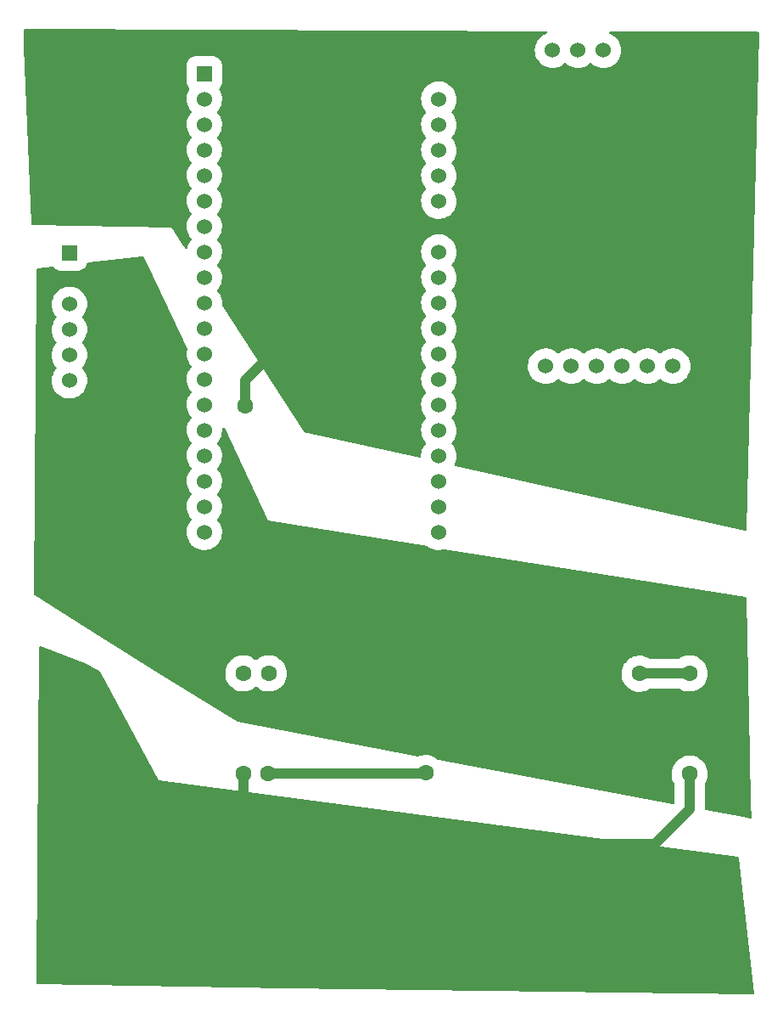
<source format=gbr>
%TF.GenerationSoftware,KiCad,Pcbnew,(6.0.8)*%
%TF.CreationDate,2022-11-01T22:15:49+07:00*%
%TF.ProjectId,esp32,65737033-322e-46b6-9963-61645f706362,rev?*%
%TF.SameCoordinates,Original*%
%TF.FileFunction,Copper,L1,Top*%
%TF.FilePolarity,Positive*%
%FSLAX46Y46*%
G04 Gerber Fmt 4.6, Leading zero omitted, Abs format (unit mm)*
G04 Created by KiCad (PCBNEW (6.0.8)) date 2022-11-01 22:15:49*
%MOMM*%
%LPD*%
G01*
G04 APERTURE LIST*
%TA.AperFunction,ComponentPad*%
%ADD10C,1.524000*%
%TD*%
%TA.AperFunction,ComponentPad*%
%ADD11C,1.600000*%
%TD*%
%TA.AperFunction,ComponentPad*%
%ADD12R,1.524000X1.524000*%
%TD*%
%TA.AperFunction,ComponentPad*%
%ADD13R,1.530000X1.530000*%
%TD*%
%TA.AperFunction,ComponentPad*%
%ADD14C,1.530000*%
%TD*%
%TA.AperFunction,ViaPad*%
%ADD15C,1.600000*%
%TD*%
%TA.AperFunction,Conductor*%
%ADD16C,1.000000*%
%TD*%
G04 APERTURE END LIST*
D10*
%TO.P,U4,1,M0*%
%TO.N,Net-(U1-Pad25)*%
X179847000Y-78801000D03*
%TO.P,U4,2,M1*%
%TO.N,Net-(U1-Pad26)*%
X182387000Y-78801000D03*
%TO.P,U4,3,RXD*%
%TO.N,Net-(U1-Pad28)*%
X184927000Y-78801000D03*
%TO.P,U4,4,TXD*%
%TO.N,Net-(U1-Pad27)*%
X187467000Y-78801000D03*
%TO.P,U4,5,AUX*%
%TO.N,unconnected-(U4-Pad5)*%
X190007000Y-78801000D03*
%TO.P,U4,6,VCC*%
%TO.N,+3.3V*%
X192547000Y-78801000D03*
%TO.P,U4,7,GND*%
%TO.N,GND*%
X195087000Y-78801000D03*
%TO.P,U4,8,Fixing_Hole*%
%TO.N,unconnected-(U4-Pad8)*%
X185627000Y-47301000D03*
%TO.P,U4,9,Fixing_Hole*%
%TO.N,unconnected-(U4-Pad9)*%
X183087000Y-47301000D03*
%TO.P,U4,10,Fixing_Hole*%
%TO.N,unconnected-(U4-Pad10)*%
X180547000Y-47301000D03*
%TD*%
D11*
%TO.P,U3,1,3.3v*%
%TO.N,+3.3V*%
X152146000Y-119450000D03*
X152228000Y-109450000D03*
%TO.P,U3,2,gnd*%
%TO.N,GND*%
X194228000Y-109450000D03*
X149688000Y-109450000D03*
X149688000Y-119450000D03*
X194228000Y-119450000D03*
%TO.P,U3,3,5v*%
%TO.N,+5V*%
X196768000Y-109450000D03*
X196768000Y-119450000D03*
%TD*%
D12*
%TO.P,U2,6,gnd*%
%TO.N,GND*%
X132334000Y-67564000D03*
D10*
%TO.P,U2,5,Vcc_5V*%
%TO.N,+5V*%
X132334000Y-70104000D03*
%TO.P,U2,4,in4*%
%TO.N,Net-(U1-Pad10)*%
X132334000Y-72644000D03*
%TO.P,U2,3,in3*%
%TO.N,Net-(U1-Pad11)*%
X132334000Y-75184000D03*
%TO.P,U2,2,in2*%
%TO.N,Net-(U1-Pad12)*%
X132334000Y-77724000D03*
%TO.P,U2,1,in1*%
%TO.N,Net-(U1-Pad13)*%
X132334000Y-80264000D03*
%TD*%
D13*
%TO.P,U1,1,3V3*%
%TO.N,+3.3V*%
X145798500Y-49650000D03*
D14*
%TO.P,U1,2,EN*%
%TO.N,unconnected-(U1-Pad2)*%
X145798500Y-52190000D03*
%TO.P,U1,3,SENSOR_VP*%
%TO.N,unconnected-(U1-Pad3)*%
X145798500Y-54730000D03*
%TO.P,U1,4,SENSOR_VN*%
%TO.N,unconnected-(U1-Pad4)*%
X145798500Y-57270000D03*
%TO.P,U1,5,IO34*%
%TO.N,unconnected-(U1-Pad5)*%
X145798500Y-59810000D03*
%TO.P,U1,6,IO35*%
%TO.N,unconnected-(U1-Pad6)*%
X145798500Y-62350000D03*
%TO.P,U1,7,IO32*%
%TO.N,unconnected-(U1-Pad7)*%
X145798500Y-64890000D03*
%TO.P,U1,8,IO33*%
%TO.N,unconnected-(U1-Pad8)*%
X145798500Y-67430000D03*
%TO.P,U1,9,IO25*%
%TO.N,unconnected-(U1-Pad9)*%
X145798500Y-69970000D03*
%TO.P,U1,10,IO26*%
%TO.N,Net-(U1-Pad10)*%
X145798500Y-72510000D03*
%TO.P,U1,11,IO27*%
%TO.N,Net-(U1-Pad11)*%
X145798500Y-75050000D03*
%TO.P,U1,12,IO14*%
%TO.N,Net-(U1-Pad12)*%
X145798500Y-77590000D03*
%TO.P,U1,13,IO12*%
%TO.N,Net-(U1-Pad13)*%
X145798500Y-80130000D03*
%TO.P,U1,14,GND1*%
%TO.N,GND*%
X145798500Y-82670000D03*
%TO.P,U1,15,IO13*%
%TO.N,unconnected-(U1-Pad15)*%
X145798500Y-85210000D03*
%TO.P,U1,16,SD2*%
%TO.N,unconnected-(U1-Pad16)*%
X145798500Y-87750000D03*
%TO.P,U1,17,SD3*%
%TO.N,unconnected-(U1-Pad17)*%
X145798500Y-90290000D03*
%TO.P,U1,18,CMD*%
%TO.N,unconnected-(U1-Pad18)*%
X145798500Y-92830000D03*
%TO.P,U1,19,EXT_5V*%
%TO.N,unconnected-(U1-Pad19)*%
X145798500Y-95370000D03*
%TO.P,U1,20,CLK*%
%TO.N,unconnected-(U1-Pad20)*%
X169198500Y-95370000D03*
%TO.P,U1,21,SD0*%
%TO.N,unconnected-(U1-Pad21)*%
X169198500Y-92830000D03*
%TO.P,U1,22,SD1*%
%TO.N,unconnected-(U1-Pad22)*%
X169198500Y-90290000D03*
%TO.P,U1,23,IO15*%
%TO.N,unconnected-(U1-Pad23)*%
X169198500Y-87750000D03*
%TO.P,U1,24,IO2*%
%TO.N,unconnected-(U1-Pad24)*%
X169198500Y-85210000D03*
%TO.P,U1,25,IO0*%
%TO.N,Net-(U1-Pad25)*%
X169198500Y-82670000D03*
%TO.P,U1,26,IO4*%
%TO.N,Net-(U1-Pad26)*%
X169198500Y-80130000D03*
%TO.P,U1,27,IO16*%
%TO.N,Net-(U1-Pad27)*%
X169198500Y-77590000D03*
%TO.P,U1,28,IO17*%
%TO.N,Net-(U1-Pad28)*%
X169198500Y-75050000D03*
%TO.P,U1,29,IO5*%
%TO.N,unconnected-(U1-Pad29)*%
X169198500Y-72510000D03*
%TO.P,U1,30,IO18*%
%TO.N,unconnected-(U1-Pad30)*%
X169198500Y-69970000D03*
%TO.P,U1,31,IO19*%
%TO.N,unconnected-(U1-Pad31)*%
X169198500Y-67430000D03*
%TO.P,U1,32,GND2*%
%TO.N,GND*%
X169198500Y-64890000D03*
%TO.P,U1,33,IO21*%
%TO.N,unconnected-(U1-Pad33)*%
X169198500Y-62350000D03*
%TO.P,U1,34,RXD0*%
%TO.N,unconnected-(U1-Pad34)*%
X169198500Y-59810000D03*
%TO.P,U1,35,TXD0*%
%TO.N,unconnected-(U1-Pad35)*%
X169198500Y-57270000D03*
%TO.P,U1,36,IO22*%
%TO.N,unconnected-(U1-Pad36)*%
X169198500Y-54730000D03*
%TO.P,U1,37,IO23*%
%TO.N,unconnected-(U1-Pad37)*%
X169198500Y-52190000D03*
%TO.P,U1,38,GND3*%
%TO.N,GND*%
X169198500Y-49650000D03*
%TD*%
D15*
%TO.N,GND*%
X189230000Y-109474000D03*
%TO.N,+3.3V*%
X167894000Y-119380000D03*
%TO.N,GND*%
X164846000Y-49784000D03*
X149860000Y-82804000D03*
X165100000Y-65024000D03*
%TO.N,+5V*%
X137922000Y-68834000D03*
%TO.N,GND*%
X132334000Y-64008000D03*
%TD*%
D16*
%TO.N,GND*%
X191636000Y-64890000D02*
X195057000Y-68311000D01*
X169198500Y-64890000D02*
X191636000Y-64890000D01*
X195087000Y-68311000D02*
X195087000Y-78801000D01*
X195057000Y-68311000D02*
X195087000Y-68311000D01*
X176396000Y-49650000D02*
X195057000Y-68311000D01*
X169198500Y-49650000D02*
X176396000Y-49650000D01*
X194204000Y-109474000D02*
X194228000Y-109450000D01*
X189230000Y-109474000D02*
X194204000Y-109474000D01*
%TO.N,+3.3V*%
X167824000Y-119450000D02*
X167894000Y-119380000D01*
X152146000Y-119450000D02*
X167824000Y-119450000D01*
%TO.N,GND*%
X190754000Y-126492000D02*
X194228000Y-123018000D01*
X152400000Y-126492000D02*
X190754000Y-126492000D01*
X194228000Y-123018000D02*
X194228000Y-119450000D01*
X149688000Y-123780000D02*
X152400000Y-126492000D01*
X149688000Y-119450000D02*
X149688000Y-123780000D01*
X161544000Y-46482000D02*
X164846000Y-49784000D01*
X137160000Y-46482000D02*
X161544000Y-46482000D01*
X132334000Y-64008000D02*
X132334000Y-51308000D01*
X132334000Y-51308000D02*
X137160000Y-46482000D01*
X164846000Y-64770000D02*
X165100000Y-65024000D01*
X164846000Y-49784000D02*
X164846000Y-64770000D01*
X149860000Y-80264000D02*
X165100000Y-65024000D01*
X149860000Y-82804000D02*
X149860000Y-80264000D01*
%TO.N,+5V*%
X147320000Y-103886000D02*
X193294000Y-103886000D01*
X193294000Y-103886000D02*
X196768000Y-107360000D01*
X196768000Y-107360000D02*
X196768000Y-109450000D01*
X137922000Y-68834000D02*
X137922000Y-94488000D01*
X137922000Y-94488000D02*
X147320000Y-103886000D01*
%TO.N,GND*%
X165234000Y-64890000D02*
X165100000Y-65024000D01*
%TD*%
%TA.AperFunction,Conductor*%
%TO.N,+5V*%
G36*
X139679836Y-67840545D02*
G01*
X139732345Y-67888328D01*
X139738704Y-67900146D01*
X140296940Y-69084975D01*
X144072213Y-77097800D01*
X144083153Y-77167948D01*
X144080354Y-77182518D01*
X144056098Y-77278027D01*
X144054946Y-77282564D01*
X144028656Y-77543655D01*
X144028880Y-77548321D01*
X144028880Y-77548327D01*
X144030882Y-77590000D01*
X144041246Y-77805764D01*
X144092440Y-78063132D01*
X144181113Y-78310107D01*
X144183330Y-78314233D01*
X144279969Y-78494087D01*
X144305317Y-78541263D01*
X144308112Y-78545006D01*
X144308114Y-78545009D01*
X144459532Y-78747782D01*
X144459537Y-78747788D01*
X144462324Y-78751520D01*
X144465639Y-78754806D01*
X144482401Y-78771423D01*
X144516697Y-78833586D01*
X144511940Y-78904423D01*
X144490569Y-78941473D01*
X144357148Y-79101894D01*
X144221017Y-79326232D01*
X144219208Y-79330546D01*
X144219207Y-79330548D01*
X144139812Y-79519883D01*
X144119539Y-79568228D01*
X144118388Y-79572760D01*
X144118387Y-79572763D01*
X144056098Y-79818027D01*
X144054946Y-79822564D01*
X144028656Y-80083655D01*
X144041246Y-80345764D01*
X144092440Y-80603132D01*
X144181113Y-80850107D01*
X144305317Y-81081263D01*
X144308112Y-81085006D01*
X144308114Y-81085009D01*
X144459532Y-81287782D01*
X144459537Y-81287788D01*
X144462324Y-81291520D01*
X144465639Y-81294806D01*
X144482401Y-81311423D01*
X144516697Y-81373586D01*
X144511940Y-81444423D01*
X144490569Y-81481473D01*
X144357148Y-81641894D01*
X144221017Y-81866232D01*
X144219208Y-81870546D01*
X144219207Y-81870548D01*
X144152267Y-82030182D01*
X144119539Y-82108228D01*
X144118388Y-82112760D01*
X144118387Y-82112763D01*
X144056098Y-82358027D01*
X144054946Y-82362564D01*
X144028656Y-82623655D01*
X144041246Y-82885764D01*
X144092440Y-83143132D01*
X144181113Y-83390107D01*
X144305317Y-83621263D01*
X144308112Y-83625006D01*
X144308114Y-83625009D01*
X144459532Y-83827782D01*
X144459537Y-83827788D01*
X144462324Y-83831520D01*
X144465639Y-83834806D01*
X144482401Y-83851423D01*
X144516697Y-83913586D01*
X144511940Y-83984423D01*
X144490569Y-84021473D01*
X144357148Y-84181894D01*
X144221017Y-84406232D01*
X144219208Y-84410546D01*
X144219207Y-84410548D01*
X144136220Y-84608449D01*
X144119539Y-84648228D01*
X144054946Y-84902564D01*
X144028656Y-85163655D01*
X144028880Y-85168321D01*
X144028880Y-85168327D01*
X144030882Y-85210000D01*
X144041246Y-85425764D01*
X144092440Y-85683132D01*
X144181113Y-85930107D01*
X144183330Y-85934233D01*
X144245816Y-86050525D01*
X144305317Y-86161263D01*
X144308112Y-86165006D01*
X144308114Y-86165009D01*
X144459532Y-86367782D01*
X144459537Y-86367788D01*
X144462324Y-86371520D01*
X144465639Y-86374806D01*
X144482401Y-86391423D01*
X144516697Y-86453586D01*
X144511940Y-86524423D01*
X144490569Y-86561473D01*
X144357148Y-86721894D01*
X144221017Y-86946232D01*
X144219208Y-86950546D01*
X144219207Y-86950548D01*
X144203586Y-86987801D01*
X144119539Y-87188228D01*
X144054946Y-87442564D01*
X144028656Y-87703655D01*
X144041246Y-87965764D01*
X144092440Y-88223132D01*
X144181113Y-88470107D01*
X144183330Y-88474233D01*
X144245816Y-88590525D01*
X144305317Y-88701263D01*
X144308112Y-88705006D01*
X144308114Y-88705009D01*
X144459532Y-88907782D01*
X144459537Y-88907788D01*
X144462324Y-88911520D01*
X144465639Y-88914806D01*
X144482401Y-88931423D01*
X144516697Y-88993586D01*
X144511940Y-89064423D01*
X144490569Y-89101473D01*
X144357148Y-89261894D01*
X144221017Y-89486232D01*
X144219208Y-89490546D01*
X144219207Y-89490548D01*
X144203586Y-89527801D01*
X144119539Y-89728228D01*
X144054946Y-89982564D01*
X144028656Y-90243655D01*
X144041246Y-90505764D01*
X144092440Y-90763132D01*
X144181113Y-91010107D01*
X144183330Y-91014233D01*
X144245816Y-91130525D01*
X144305317Y-91241263D01*
X144308112Y-91245006D01*
X144308114Y-91245009D01*
X144459532Y-91447782D01*
X144459537Y-91447788D01*
X144462324Y-91451520D01*
X144465639Y-91454806D01*
X144482401Y-91471423D01*
X144516697Y-91533586D01*
X144511940Y-91604423D01*
X144490569Y-91641473D01*
X144357148Y-91801894D01*
X144221017Y-92026232D01*
X144219208Y-92030546D01*
X144219207Y-92030548D01*
X144203586Y-92067801D01*
X144119539Y-92268228D01*
X144054946Y-92522564D01*
X144028656Y-92783655D01*
X144041246Y-93045764D01*
X144092440Y-93303132D01*
X144181113Y-93550107D01*
X144183330Y-93554233D01*
X144245816Y-93670525D01*
X144305317Y-93781263D01*
X144308112Y-93785006D01*
X144308114Y-93785009D01*
X144459532Y-93987782D01*
X144459537Y-93987788D01*
X144462324Y-93991520D01*
X144465639Y-93994806D01*
X144482401Y-94011423D01*
X144516697Y-94073586D01*
X144511940Y-94144423D01*
X144490569Y-94181473D01*
X144357148Y-94341894D01*
X144221017Y-94566232D01*
X144219208Y-94570546D01*
X144219207Y-94570548D01*
X144203586Y-94607801D01*
X144119539Y-94808228D01*
X144054946Y-95062564D01*
X144028656Y-95323655D01*
X144041246Y-95585764D01*
X144092440Y-95843132D01*
X144181113Y-96090107D01*
X144183330Y-96094233D01*
X144245816Y-96210525D01*
X144305317Y-96321263D01*
X144308112Y-96325006D01*
X144308114Y-96325009D01*
X144459532Y-96527782D01*
X144459537Y-96527788D01*
X144462324Y-96531520D01*
X144648684Y-96716262D01*
X144652446Y-96719020D01*
X144652449Y-96719023D01*
X144769826Y-96805087D01*
X144860304Y-96871428D01*
X144864447Y-96873608D01*
X144864449Y-96873609D01*
X145088384Y-96991427D01*
X145088389Y-96991429D01*
X145092534Y-96993610D01*
X145096957Y-96995155D01*
X145096958Y-96995155D01*
X145335857Y-97078582D01*
X145335863Y-97078584D01*
X145340274Y-97080124D01*
X145344867Y-97080996D01*
X145593490Y-97128199D01*
X145593493Y-97128199D01*
X145598079Y-97129070D01*
X145722692Y-97133966D01*
X145855620Y-97139189D01*
X145855625Y-97139189D01*
X145860288Y-97139372D01*
X145962311Y-97128199D01*
X146116486Y-97111315D01*
X146116492Y-97111314D01*
X146121139Y-97110805D01*
X146125663Y-97109614D01*
X146370379Y-97045185D01*
X146370381Y-97045184D01*
X146374902Y-97043994D01*
X146492174Y-96993610D01*
X146611709Y-96942254D01*
X146611711Y-96942253D01*
X146616003Y-96940409D01*
X146839145Y-96802325D01*
X147039426Y-96632775D01*
X147212445Y-96435484D01*
X147354403Y-96214786D01*
X147462180Y-95975530D01*
X147533409Y-95722971D01*
X147566525Y-95462658D01*
X147568951Y-95370000D01*
X147549504Y-95108311D01*
X147491591Y-94852370D01*
X147396483Y-94607801D01*
X147266270Y-94379976D01*
X147104530Y-94174810D01*
X147078065Y-94108932D01*
X147091418Y-94039202D01*
X147108748Y-94013728D01*
X147212445Y-93895484D01*
X147354403Y-93674786D01*
X147462180Y-93435530D01*
X147533409Y-93182971D01*
X147566525Y-92922658D01*
X147568951Y-92830000D01*
X147549504Y-92568311D01*
X147491591Y-92312370D01*
X147396483Y-92067801D01*
X147266270Y-91839976D01*
X147104530Y-91634810D01*
X147078065Y-91568932D01*
X147091418Y-91499202D01*
X147108748Y-91473728D01*
X147212445Y-91355484D01*
X147354403Y-91134786D01*
X147462180Y-90895530D01*
X147533409Y-90642971D01*
X147566525Y-90382658D01*
X147568951Y-90290000D01*
X147549504Y-90028311D01*
X147491591Y-89772370D01*
X147396483Y-89527801D01*
X147266270Y-89299976D01*
X147104530Y-89094810D01*
X147078065Y-89028932D01*
X147091418Y-88959202D01*
X147108748Y-88933728D01*
X147212445Y-88815484D01*
X147354403Y-88594786D01*
X147462180Y-88355530D01*
X147533409Y-88102971D01*
X147566525Y-87842658D01*
X147568951Y-87750000D01*
X147549504Y-87488311D01*
X147491591Y-87232370D01*
X147396483Y-86987801D01*
X147266270Y-86759976D01*
X147104530Y-86554810D01*
X147078065Y-86488932D01*
X147091418Y-86419202D01*
X147108748Y-86393728D01*
X147212445Y-86275484D01*
X147354403Y-86054786D01*
X147462180Y-85815530D01*
X147533409Y-85562971D01*
X147566525Y-85302658D01*
X147568951Y-85210000D01*
X147558461Y-85068836D01*
X147573360Y-84999421D01*
X147623423Y-84949079D01*
X147692755Y-84933796D01*
X147759344Y-84958422D01*
X147798095Y-85005794D01*
X152146000Y-94234000D01*
X159003783Y-95328327D01*
X168115176Y-96782273D01*
X168169826Y-96805087D01*
X168260304Y-96871428D01*
X168264447Y-96873608D01*
X168264449Y-96873609D01*
X168488384Y-96991427D01*
X168488389Y-96991429D01*
X168492534Y-96993610D01*
X168496957Y-96995155D01*
X168496958Y-96995155D01*
X168735857Y-97078582D01*
X168735863Y-97078584D01*
X168740274Y-97080124D01*
X168744867Y-97080996D01*
X168993490Y-97128199D01*
X168993493Y-97128199D01*
X168998079Y-97129070D01*
X169122692Y-97133966D01*
X169255620Y-97139189D01*
X169255625Y-97139189D01*
X169260288Y-97139372D01*
X169362311Y-97128199D01*
X169516486Y-97111315D01*
X169516492Y-97111314D01*
X169521139Y-97110805D01*
X169741808Y-97052707D01*
X169793742Y-97050129D01*
X199794302Y-101837452D01*
X199858419Y-101867939D01*
X199895876Y-101928251D01*
X199900413Y-101958982D01*
X200259482Y-117578450D01*
X200371309Y-122442917D01*
X200402426Y-123796525D01*
X200383995Y-123865088D01*
X200331422Y-123912801D01*
X200261398Y-123924518D01*
X200253169Y-123923250D01*
X199533959Y-123787953D01*
X195835185Y-123092143D01*
X195771936Y-123059892D01*
X195736164Y-122998566D01*
X195732556Y-122972717D01*
X195732482Y-122970617D01*
X195732726Y-122965453D01*
X195729361Y-122936809D01*
X195728500Y-122922108D01*
X195728500Y-120482644D01*
X195748528Y-120414483D01*
X195814747Y-120311534D01*
X195924661Y-120067534D01*
X195997302Y-119809969D01*
X196015103Y-119670041D01*
X196030677Y-119547625D01*
X196030677Y-119547621D01*
X196031075Y-119544495D01*
X196033549Y-119450000D01*
X196013717Y-119183123D01*
X196003161Y-119136470D01*
X195955686Y-118926666D01*
X195954655Y-118922109D01*
X195857662Y-118672691D01*
X195724868Y-118440350D01*
X195559190Y-118230189D01*
X195364269Y-118046825D01*
X195144385Y-117894286D01*
X195140194Y-117892219D01*
X194908559Y-117777989D01*
X194908556Y-117777988D01*
X194904371Y-117775924D01*
X194649497Y-117694338D01*
X194504134Y-117670665D01*
X194389976Y-117652073D01*
X194389975Y-117652073D01*
X194385364Y-117651322D01*
X194251569Y-117649571D01*
X194122451Y-117647880D01*
X194122448Y-117647880D01*
X194117774Y-117647819D01*
X193852605Y-117683907D01*
X193848118Y-117685215D01*
X193848117Y-117685215D01*
X193816817Y-117694338D01*
X193595683Y-117758792D01*
X193591430Y-117760752D01*
X193591429Y-117760753D01*
X193539512Y-117784687D01*
X193352652Y-117870831D01*
X193348743Y-117873394D01*
X193132764Y-118014996D01*
X193132759Y-118015000D01*
X193128851Y-118017562D01*
X192929197Y-118195760D01*
X192758075Y-118401512D01*
X192619244Y-118630298D01*
X192617437Y-118634606D01*
X192617437Y-118634607D01*
X192526231Y-118852109D01*
X192515755Y-118877091D01*
X192514604Y-118881623D01*
X192514603Y-118881626D01*
X192455810Y-119113123D01*
X192449881Y-119136470D01*
X192423070Y-119402736D01*
X192423294Y-119407403D01*
X192423294Y-119407408D01*
X192429727Y-119541338D01*
X192435909Y-119670041D01*
X192488118Y-119932512D01*
X192578549Y-120184383D01*
X192705215Y-120420121D01*
X192707795Y-120423576D01*
X192727500Y-120491182D01*
X192727500Y-122344283D01*
X192707498Y-122412404D01*
X192690595Y-122433378D01*
X192681056Y-122442917D01*
X192618744Y-122476943D01*
X192568667Y-122477650D01*
X169163221Y-118074645D01*
X169100182Y-118042592D01*
X169033670Y-117980024D01*
X169033667Y-117980022D01*
X169030269Y-117976825D01*
X168810385Y-117824286D01*
X168806194Y-117822219D01*
X168574559Y-117707989D01*
X168574556Y-117707988D01*
X168570371Y-117705924D01*
X168534177Y-117694338D01*
X168319942Y-117625761D01*
X168319944Y-117625761D01*
X168315497Y-117624338D01*
X168170134Y-117600665D01*
X168055976Y-117582073D01*
X168055975Y-117582073D01*
X168051364Y-117581322D01*
X167917569Y-117579571D01*
X167788451Y-117577880D01*
X167788448Y-117577880D01*
X167783774Y-117577819D01*
X167518605Y-117613907D01*
X167514118Y-117615215D01*
X167514117Y-117615215D01*
X167482817Y-117624338D01*
X167261683Y-117688792D01*
X167257446Y-117690745D01*
X167257436Y-117690749D01*
X167254858Y-117691938D01*
X167253960Y-117692049D01*
X167253053Y-117692388D01*
X167252972Y-117692171D01*
X167178812Y-117701341D01*
X149121341Y-114304391D01*
X149077861Y-114287413D01*
X141262378Y-109402736D01*
X147883070Y-109402736D01*
X147883294Y-109407403D01*
X147883294Y-109407408D01*
X147884447Y-109431408D01*
X147895909Y-109670041D01*
X147948118Y-109932512D01*
X148038549Y-110184383D01*
X148076533Y-110255074D01*
X148108982Y-110315465D01*
X148165215Y-110420121D01*
X148168010Y-110423864D01*
X148168012Y-110423867D01*
X148252199Y-110536607D01*
X148325335Y-110634547D01*
X148328642Y-110637825D01*
X148328647Y-110637831D01*
X148504143Y-110811801D01*
X148515390Y-110822950D01*
X148731205Y-110981192D01*
X148735340Y-110983368D01*
X148735344Y-110983370D01*
X148864918Y-111051542D01*
X148968039Y-111105797D01*
X148972458Y-111107340D01*
X149216273Y-111192484D01*
X149216279Y-111192486D01*
X149220690Y-111194026D01*
X149225283Y-111194898D01*
X149347100Y-111218026D01*
X149483606Y-111243943D01*
X149610616Y-111248933D01*
X149746345Y-111254266D01*
X149746350Y-111254266D01*
X149751013Y-111254449D01*
X149846943Y-111243943D01*
X150012382Y-111225825D01*
X150012387Y-111225824D01*
X150017035Y-111225315D01*
X150041409Y-111218898D01*
X150271309Y-111158370D01*
X150275829Y-111157180D01*
X150400501Y-111103617D01*
X150517407Y-111053391D01*
X150517410Y-111053389D01*
X150521710Y-111051542D01*
X150525690Y-111049079D01*
X150525694Y-111049077D01*
X150745302Y-110913179D01*
X150745306Y-110913176D01*
X150749275Y-110910720D01*
X150874022Y-110805114D01*
X150938938Y-110776365D01*
X151009091Y-110787277D01*
X151044143Y-110811801D01*
X151055390Y-110822950D01*
X151271205Y-110981192D01*
X151275340Y-110983368D01*
X151275344Y-110983370D01*
X151404918Y-111051542D01*
X151508039Y-111105797D01*
X151512458Y-111107340D01*
X151756273Y-111192484D01*
X151756279Y-111192486D01*
X151760690Y-111194026D01*
X151765283Y-111194898D01*
X151887100Y-111218026D01*
X152023606Y-111243943D01*
X152150616Y-111248933D01*
X152286345Y-111254266D01*
X152286350Y-111254266D01*
X152291013Y-111254449D01*
X152386943Y-111243943D01*
X152552382Y-111225825D01*
X152552387Y-111225824D01*
X152557035Y-111225315D01*
X152581409Y-111218898D01*
X152811309Y-111158370D01*
X152815829Y-111157180D01*
X152940501Y-111103617D01*
X153057407Y-111053391D01*
X153057410Y-111053389D01*
X153061710Y-111051542D01*
X153065690Y-111049079D01*
X153065694Y-111049077D01*
X153285302Y-110913179D01*
X153285306Y-110913176D01*
X153289275Y-110910720D01*
X153303010Y-110899092D01*
X153489960Y-110740828D01*
X153489961Y-110740827D01*
X153493526Y-110737809D01*
X153587365Y-110630807D01*
X153666894Y-110540122D01*
X153666898Y-110540117D01*
X153669976Y-110536607D01*
X153732115Y-110440001D01*
X153812219Y-110315465D01*
X153812222Y-110315460D01*
X153814747Y-110311534D01*
X153924661Y-110067534D01*
X153997302Y-109809969D01*
X154015103Y-109670041D01*
X154030677Y-109547625D01*
X154030677Y-109547621D01*
X154031075Y-109544495D01*
X154033549Y-109450000D01*
X154031820Y-109426736D01*
X187425070Y-109426736D01*
X187437909Y-109694041D01*
X187490118Y-109956512D01*
X187580549Y-110208383D01*
X187582765Y-110212507D01*
X187692106Y-110416001D01*
X187707215Y-110444121D01*
X187710010Y-110447864D01*
X187710012Y-110447867D01*
X187864542Y-110654807D01*
X187867335Y-110658547D01*
X187870642Y-110661825D01*
X187870647Y-110661831D01*
X188035967Y-110825713D01*
X188057390Y-110846950D01*
X188061156Y-110849712D01*
X188061158Y-110849713D01*
X188251111Y-110988992D01*
X188273205Y-111005192D01*
X188277340Y-111007368D01*
X188277344Y-111007370D01*
X188406918Y-111075542D01*
X188510039Y-111129797D01*
X188514458Y-111131340D01*
X188758273Y-111216484D01*
X188758279Y-111216486D01*
X188762690Y-111218026D01*
X189025606Y-111267943D01*
X189152616Y-111272933D01*
X189288345Y-111278266D01*
X189288350Y-111278266D01*
X189293013Y-111278449D01*
X189388943Y-111267943D01*
X189554382Y-111249825D01*
X189554387Y-111249824D01*
X189559035Y-111249315D01*
X189582748Y-111243072D01*
X189813309Y-111182370D01*
X189817829Y-111181180D01*
X189998363Y-111103617D01*
X190059407Y-111077391D01*
X190059410Y-111077389D01*
X190063710Y-111075542D01*
X190196520Y-110993356D01*
X190262823Y-110974500D01*
X193227362Y-110974500D01*
X193286031Y-110988992D01*
X193508039Y-111105797D01*
X193512458Y-111107340D01*
X193756273Y-111192484D01*
X193756279Y-111192486D01*
X193760690Y-111194026D01*
X193765283Y-111194898D01*
X193887100Y-111218026D01*
X194023606Y-111243943D01*
X194150616Y-111248933D01*
X194286345Y-111254266D01*
X194286350Y-111254266D01*
X194291013Y-111254449D01*
X194386943Y-111243943D01*
X194552382Y-111225825D01*
X194552387Y-111225824D01*
X194557035Y-111225315D01*
X194581409Y-111218898D01*
X194811309Y-111158370D01*
X194815829Y-111157180D01*
X194940501Y-111103617D01*
X195057407Y-111053391D01*
X195057410Y-111053389D01*
X195061710Y-111051542D01*
X195065690Y-111049079D01*
X195065694Y-111049077D01*
X195285302Y-110913179D01*
X195285306Y-110913176D01*
X195289275Y-110910720D01*
X195303010Y-110899092D01*
X195489960Y-110740828D01*
X195489961Y-110740827D01*
X195493526Y-110737809D01*
X195587365Y-110630807D01*
X195666894Y-110540122D01*
X195666898Y-110540117D01*
X195669976Y-110536607D01*
X195732115Y-110440001D01*
X195812219Y-110315465D01*
X195812222Y-110315460D01*
X195814747Y-110311534D01*
X195924661Y-110067534D01*
X195997302Y-109809969D01*
X196015103Y-109670041D01*
X196030677Y-109547625D01*
X196030677Y-109547621D01*
X196031075Y-109544495D01*
X196033549Y-109450000D01*
X196013717Y-109183123D01*
X196007565Y-109155933D01*
X195955686Y-108926666D01*
X195954655Y-108922109D01*
X195857662Y-108672691D01*
X195724868Y-108440350D01*
X195559190Y-108230189D01*
X195364269Y-108046825D01*
X195144385Y-107894286D01*
X195140194Y-107892219D01*
X194908559Y-107777989D01*
X194908556Y-107777988D01*
X194904371Y-107775924D01*
X194649497Y-107694338D01*
X194504134Y-107670665D01*
X194389976Y-107652073D01*
X194389975Y-107652073D01*
X194385364Y-107651322D01*
X194251569Y-107649570D01*
X194122451Y-107647880D01*
X194122448Y-107647880D01*
X194117774Y-107647819D01*
X193852605Y-107683907D01*
X193848118Y-107685215D01*
X193848117Y-107685215D01*
X193816817Y-107694338D01*
X193595683Y-107758792D01*
X193591430Y-107760752D01*
X193591429Y-107760753D01*
X193546467Y-107781481D01*
X193352652Y-107870831D01*
X193227519Y-107952872D01*
X193158434Y-107973500D01*
X190265402Y-107973500D01*
X190193583Y-107951028D01*
X190150223Y-107920948D01*
X190150218Y-107920945D01*
X190146385Y-107918286D01*
X190142194Y-107916219D01*
X189910559Y-107801989D01*
X189910556Y-107801988D01*
X189906371Y-107799924D01*
X189651497Y-107718338D01*
X189499524Y-107693588D01*
X189391976Y-107676073D01*
X189391975Y-107676073D01*
X189387364Y-107675322D01*
X189253569Y-107673571D01*
X189124451Y-107671880D01*
X189124448Y-107671880D01*
X189119774Y-107671819D01*
X188854605Y-107707907D01*
X188850118Y-107709215D01*
X188850117Y-107709215D01*
X188818817Y-107718338D01*
X188597683Y-107782792D01*
X188593430Y-107784752D01*
X188593429Y-107784753D01*
X188541512Y-107808687D01*
X188354652Y-107894831D01*
X188350743Y-107897394D01*
X188134764Y-108038996D01*
X188134759Y-108039000D01*
X188130851Y-108041562D01*
X188071624Y-108094424D01*
X187958087Y-108195760D01*
X187931197Y-108219760D01*
X187760075Y-108425512D01*
X187757652Y-108429505D01*
X187633193Y-108634607D01*
X187621244Y-108654298D01*
X187517755Y-108901091D01*
X187516604Y-108905623D01*
X187516603Y-108905626D01*
X187453033Y-109155933D01*
X187451881Y-109160470D01*
X187425070Y-109426736D01*
X154031820Y-109426736D01*
X154013717Y-109183123D01*
X154007565Y-109155933D01*
X153955686Y-108926666D01*
X153954655Y-108922109D01*
X153857662Y-108672691D01*
X153724868Y-108440350D01*
X153559190Y-108230189D01*
X153364269Y-108046825D01*
X153144385Y-107894286D01*
X153140194Y-107892219D01*
X152908559Y-107777989D01*
X152908556Y-107777988D01*
X152904371Y-107775924D01*
X152649497Y-107694338D01*
X152504134Y-107670665D01*
X152389976Y-107652073D01*
X152389975Y-107652073D01*
X152385364Y-107651322D01*
X152251569Y-107649570D01*
X152122451Y-107647880D01*
X152122448Y-107647880D01*
X152117774Y-107647819D01*
X151852605Y-107683907D01*
X151848118Y-107685215D01*
X151848117Y-107685215D01*
X151816817Y-107694338D01*
X151595683Y-107758792D01*
X151591430Y-107760752D01*
X151591429Y-107760753D01*
X151546467Y-107781481D01*
X151352652Y-107870831D01*
X151348743Y-107873394D01*
X151132764Y-108014996D01*
X151132759Y-108015000D01*
X151128851Y-108017562D01*
X151125359Y-108020679D01*
X151042734Y-108094424D01*
X150978593Y-108124862D01*
X150908178Y-108115790D01*
X150872500Y-108092196D01*
X150827670Y-108050024D01*
X150827667Y-108050022D01*
X150824269Y-108046825D01*
X150604385Y-107894286D01*
X150600194Y-107892219D01*
X150368559Y-107777989D01*
X150368556Y-107777988D01*
X150364371Y-107775924D01*
X150109497Y-107694338D01*
X149964134Y-107670665D01*
X149849976Y-107652073D01*
X149849975Y-107652073D01*
X149845364Y-107651322D01*
X149711569Y-107649570D01*
X149582451Y-107647880D01*
X149582448Y-107647880D01*
X149577774Y-107647819D01*
X149312605Y-107683907D01*
X149308118Y-107685215D01*
X149308117Y-107685215D01*
X149276817Y-107694338D01*
X149055683Y-107758792D01*
X149051430Y-107760752D01*
X149051429Y-107760753D01*
X149006467Y-107781481D01*
X148812652Y-107870831D01*
X148808743Y-107873394D01*
X148592764Y-108014996D01*
X148592759Y-108015000D01*
X148588851Y-108017562D01*
X148505231Y-108092196D01*
X148468632Y-108124862D01*
X148389197Y-108195760D01*
X148218075Y-108401512D01*
X148079244Y-108630298D01*
X147975755Y-108877091D01*
X147974604Y-108881623D01*
X147974603Y-108881626D01*
X147911033Y-109131933D01*
X147909881Y-109136470D01*
X147883070Y-109402736D01*
X141262378Y-109402736D01*
X135584464Y-105854040D01*
X128837767Y-101637354D01*
X128790602Y-101584288D01*
X128778551Y-101529522D01*
X128945049Y-80217734D01*
X130567164Y-80217734D01*
X130567388Y-80222401D01*
X130567388Y-80222406D01*
X130567796Y-80230891D01*
X130579732Y-80479397D01*
X130630839Y-80736328D01*
X130632418Y-80740726D01*
X130632420Y-80740733D01*
X130678294Y-80868501D01*
X130719361Y-80982883D01*
X130843355Y-81213646D01*
X130846150Y-81217389D01*
X130846152Y-81217392D01*
X130997303Y-81419808D01*
X130997308Y-81419814D01*
X131000095Y-81423546D01*
X131003404Y-81426826D01*
X131003409Y-81426832D01*
X131105109Y-81527648D01*
X131186138Y-81607973D01*
X131189900Y-81610731D01*
X131189903Y-81610734D01*
X131306667Y-81696349D01*
X131397398Y-81762876D01*
X131401529Y-81765050D01*
X131401530Y-81765050D01*
X131625099Y-81882675D01*
X131625105Y-81882677D01*
X131629234Y-81884850D01*
X131633642Y-81886389D01*
X131633648Y-81886392D01*
X131872136Y-81969676D01*
X131876552Y-81971218D01*
X132133920Y-82020081D01*
X132258175Y-82024963D01*
X132391015Y-82030182D01*
X132391020Y-82030182D01*
X132395683Y-82030365D01*
X132497540Y-82019210D01*
X132651438Y-82002356D01*
X132651444Y-82002355D01*
X132656091Y-82001846D01*
X132778281Y-81969676D01*
X132904900Y-81936340D01*
X132904902Y-81936339D01*
X132909423Y-81935149D01*
X132913720Y-81933303D01*
X133145820Y-81833585D01*
X133145822Y-81833584D01*
X133150114Y-81831740D01*
X133372876Y-81693891D01*
X133572816Y-81524629D01*
X133688449Y-81392775D01*
X133742460Y-81331188D01*
X133742464Y-81331183D01*
X133745542Y-81327673D01*
X133748072Y-81323740D01*
X133884730Y-81111281D01*
X133884733Y-81111276D01*
X133887258Y-81107350D01*
X133994852Y-80868501D01*
X134065960Y-80616371D01*
X134082931Y-80482971D01*
X134098622Y-80359631D01*
X134098622Y-80359627D01*
X134099020Y-80356501D01*
X134099125Y-80352520D01*
X134101359Y-80267160D01*
X134101442Y-80264000D01*
X134082028Y-80002755D01*
X134024213Y-79747250D01*
X134022520Y-79742896D01*
X133930960Y-79507450D01*
X133930959Y-79507448D01*
X133929267Y-79503097D01*
X133908015Y-79465914D01*
X133801595Y-79279716D01*
X133801593Y-79279714D01*
X133799276Y-79275659D01*
X133637095Y-79069933D01*
X133638593Y-79068752D01*
X133610833Y-79012185D01*
X133618977Y-78941657D01*
X133640271Y-78907713D01*
X133742454Y-78791195D01*
X133742458Y-78791189D01*
X133745542Y-78787673D01*
X133748072Y-78783740D01*
X133884730Y-78571281D01*
X133884733Y-78571276D01*
X133887258Y-78567350D01*
X133994852Y-78328501D01*
X134065960Y-78076371D01*
X134082931Y-77942971D01*
X134098622Y-77819631D01*
X134098622Y-77819627D01*
X134099020Y-77816501D01*
X134099424Y-77801094D01*
X134101359Y-77727160D01*
X134101442Y-77724000D01*
X134091484Y-77590000D01*
X134082374Y-77467407D01*
X134082373Y-77467403D01*
X134082028Y-77462755D01*
X134024213Y-77207250D01*
X134008929Y-77167948D01*
X133930960Y-76967450D01*
X133930959Y-76967448D01*
X133929267Y-76963097D01*
X133908015Y-76925914D01*
X133801595Y-76739716D01*
X133801593Y-76739714D01*
X133799276Y-76735659D01*
X133637095Y-76529933D01*
X133638593Y-76528752D01*
X133610833Y-76472185D01*
X133618977Y-76401657D01*
X133640271Y-76367713D01*
X133742454Y-76251195D01*
X133742458Y-76251189D01*
X133745542Y-76247673D01*
X133748072Y-76243740D01*
X133884730Y-76031281D01*
X133884733Y-76031276D01*
X133887258Y-76027350D01*
X133994852Y-75788501D01*
X134065960Y-75536371D01*
X134082931Y-75402971D01*
X134098622Y-75279631D01*
X134098622Y-75279627D01*
X134099020Y-75276501D01*
X134101442Y-75184000D01*
X134082028Y-74922755D01*
X134024213Y-74667250D01*
X134022520Y-74662896D01*
X133930960Y-74427450D01*
X133930959Y-74427448D01*
X133929267Y-74423097D01*
X133908015Y-74385914D01*
X133801595Y-74199716D01*
X133801593Y-74199714D01*
X133799276Y-74195659D01*
X133637095Y-73989933D01*
X133638593Y-73988752D01*
X133610833Y-73932185D01*
X133618977Y-73861657D01*
X133640271Y-73827713D01*
X133742454Y-73711195D01*
X133742458Y-73711189D01*
X133745542Y-73707673D01*
X133748072Y-73703740D01*
X133884730Y-73491281D01*
X133884733Y-73491276D01*
X133887258Y-73487350D01*
X133994852Y-73248501D01*
X134065960Y-72996371D01*
X134082931Y-72862971D01*
X134098622Y-72739631D01*
X134098622Y-72739627D01*
X134099020Y-72736501D01*
X134101442Y-72644000D01*
X134082028Y-72382755D01*
X134024213Y-72127250D01*
X134022520Y-72122896D01*
X133930960Y-71887450D01*
X133930959Y-71887448D01*
X133929267Y-71883097D01*
X133908015Y-71845914D01*
X133801595Y-71659716D01*
X133801593Y-71659714D01*
X133799276Y-71655659D01*
X133637095Y-71449933D01*
X133446287Y-71270440D01*
X133442440Y-71267771D01*
X133234887Y-71123785D01*
X133234884Y-71123783D01*
X133231045Y-71121120D01*
X133226855Y-71119054D01*
X133226852Y-71119052D01*
X133000283Y-71007321D01*
X133000280Y-71007320D01*
X132996095Y-71005256D01*
X132949832Y-70990447D01*
X132895752Y-70973136D01*
X132746601Y-70925393D01*
X132741994Y-70924643D01*
X132741991Y-70924642D01*
X132492654Y-70884035D01*
X132492655Y-70884035D01*
X132488043Y-70883284D01*
X132360858Y-70881619D01*
X132230777Y-70879916D01*
X132230774Y-70879916D01*
X132226100Y-70879855D01*
X131966528Y-70915181D01*
X131962042Y-70916489D01*
X131962040Y-70916489D01*
X131931492Y-70925393D01*
X131715029Y-70988486D01*
X131477127Y-71098160D01*
X131442107Y-71121120D01*
X131261962Y-71239228D01*
X131261957Y-71239232D01*
X131258049Y-71241794D01*
X131062609Y-71416232D01*
X130895098Y-71617641D01*
X130759198Y-71841598D01*
X130757389Y-71845912D01*
X130757388Y-71845914D01*
X130695974Y-71992370D01*
X130657893Y-72083182D01*
X130656742Y-72087714D01*
X130656741Y-72087717D01*
X130627574Y-72202564D01*
X130593409Y-72337087D01*
X130567164Y-72597734D01*
X130567388Y-72602401D01*
X130567388Y-72602406D01*
X130569235Y-72640851D01*
X130579732Y-72859397D01*
X130630839Y-73116328D01*
X130632418Y-73120726D01*
X130632420Y-73120733D01*
X130678294Y-73248501D01*
X130719361Y-73362883D01*
X130843355Y-73593646D01*
X130846150Y-73597389D01*
X130846152Y-73597392D01*
X130997303Y-73799808D01*
X130997308Y-73799814D01*
X131000095Y-73803546D01*
X131003404Y-73806826D01*
X131003409Y-73806832D01*
X131021965Y-73825226D01*
X131056261Y-73887389D01*
X131051506Y-73958226D01*
X131030133Y-73995278D01*
X130898095Y-74154037D01*
X130895098Y-74157641D01*
X130759198Y-74381598D01*
X130757389Y-74385912D01*
X130757388Y-74385914D01*
X130695974Y-74532370D01*
X130657893Y-74623182D01*
X130656742Y-74627714D01*
X130656741Y-74627717D01*
X130627574Y-74742564D01*
X130593409Y-74877087D01*
X130567164Y-75137734D01*
X130567388Y-75142401D01*
X130567388Y-75142406D01*
X130569235Y-75180851D01*
X130579732Y-75399397D01*
X130630839Y-75656328D01*
X130632418Y-75660726D01*
X130632420Y-75660733D01*
X130678294Y-75788501D01*
X130719361Y-75902883D01*
X130843355Y-76133646D01*
X130846150Y-76137389D01*
X130846152Y-76137392D01*
X130997303Y-76339808D01*
X130997308Y-76339814D01*
X131000095Y-76343546D01*
X131003404Y-76346826D01*
X131003409Y-76346832D01*
X131021965Y-76365226D01*
X131056261Y-76427389D01*
X131051506Y-76498226D01*
X131030133Y-76535278D01*
X130898095Y-76694037D01*
X130895098Y-76697641D01*
X130759198Y-76921598D01*
X130757389Y-76925912D01*
X130757388Y-76925914D01*
X130665314Y-77145486D01*
X130657893Y-77163182D01*
X130656742Y-77167714D01*
X130656741Y-77167717D01*
X130627574Y-77282564D01*
X130593409Y-77417087D01*
X130592940Y-77421743D01*
X130592940Y-77421744D01*
X130589269Y-77458201D01*
X130567164Y-77677734D01*
X130567388Y-77682401D01*
X130567388Y-77682406D01*
X130573089Y-77801094D01*
X130579732Y-77939397D01*
X130630839Y-78196328D01*
X130632418Y-78200726D01*
X130632420Y-78200733D01*
X130678294Y-78328501D01*
X130719361Y-78442883D01*
X130843355Y-78673646D01*
X130846150Y-78677389D01*
X130846152Y-78677392D01*
X130997303Y-78879808D01*
X130997308Y-78879814D01*
X131000095Y-78883546D01*
X131003404Y-78886826D01*
X131003409Y-78886832D01*
X131021965Y-78905226D01*
X131056261Y-78967389D01*
X131051506Y-79038226D01*
X131030133Y-79075278D01*
X130911824Y-79217530D01*
X130895098Y-79237641D01*
X130759198Y-79461598D01*
X130757389Y-79465912D01*
X130757388Y-79465914D01*
X130695974Y-79612370D01*
X130657893Y-79703182D01*
X130656742Y-79707714D01*
X130656741Y-79707717D01*
X130606409Y-79905901D01*
X130593409Y-79957087D01*
X130567164Y-80217734D01*
X128945049Y-80217734D01*
X129031133Y-69199010D01*
X129051666Y-69131047D01*
X129105684Y-69084975D01*
X129142234Y-69074877D01*
X130668099Y-68893227D01*
X130738107Y-68905037D01*
X130780637Y-68938708D01*
X130856862Y-69032169D01*
X130860891Y-69037109D01*
X131018404Y-69165573D01*
X131198530Y-69259741D01*
X131393913Y-69315766D01*
X131425545Y-69318589D01*
X131511391Y-69326251D01*
X131511397Y-69326251D01*
X131514184Y-69326500D01*
X133153816Y-69326500D01*
X133156603Y-69326251D01*
X133156609Y-69326251D01*
X133242455Y-69318589D01*
X133274087Y-69315766D01*
X133469470Y-69259741D01*
X133649596Y-69165573D01*
X133807109Y-69037109D01*
X133935573Y-68879596D01*
X134029741Y-68699470D01*
X134067949Y-68566223D01*
X134105953Y-68506255D01*
X134174173Y-68475837D01*
X139609828Y-67828735D01*
X139679836Y-67840545D01*
G37*
%TD.AperFunction*%
%TD*%
%TA.AperFunction,Conductor*%
%TO.N,GND*%
G36*
X164302004Y-45338436D02*
G01*
X179914012Y-45392457D01*
X179982063Y-45412694D01*
X180028370Y-45466511D01*
X180038231Y-45536819D01*
X180008514Y-45601297D01*
X179948834Y-45639422D01*
X179928029Y-45645486D01*
X179923776Y-45647447D01*
X179923775Y-45647447D01*
X179895446Y-45660507D01*
X179690127Y-45755160D01*
X179655107Y-45778120D01*
X179474962Y-45896228D01*
X179474957Y-45896232D01*
X179471049Y-45898794D01*
X179275609Y-46073232D01*
X179108098Y-46274641D01*
X178972198Y-46498598D01*
X178970389Y-46502912D01*
X178970388Y-46502914D01*
X178952971Y-46544450D01*
X178870893Y-46740182D01*
X178869742Y-46744714D01*
X178869741Y-46744717D01*
X178808174Y-46987139D01*
X178806409Y-46994087D01*
X178780164Y-47254734D01*
X178792732Y-47516397D01*
X178843839Y-47773328D01*
X178845418Y-47777726D01*
X178845420Y-47777733D01*
X178930778Y-48015474D01*
X178932361Y-48019883D01*
X179056355Y-48250646D01*
X179059150Y-48254389D01*
X179059152Y-48254392D01*
X179210303Y-48456808D01*
X179210308Y-48456814D01*
X179213095Y-48460546D01*
X179216404Y-48463826D01*
X179216409Y-48463832D01*
X179318109Y-48564648D01*
X179399138Y-48644973D01*
X179402900Y-48647731D01*
X179402903Y-48647734D01*
X179519667Y-48733349D01*
X179610398Y-48799876D01*
X179614529Y-48802050D01*
X179614530Y-48802050D01*
X179838099Y-48919675D01*
X179838105Y-48919677D01*
X179842234Y-48921850D01*
X179846642Y-48923389D01*
X179846648Y-48923392D01*
X180085136Y-49006676D01*
X180089552Y-49008218D01*
X180346920Y-49057081D01*
X180471175Y-49061963D01*
X180604015Y-49067182D01*
X180604020Y-49067182D01*
X180608683Y-49067365D01*
X180710540Y-49056210D01*
X180864438Y-49039356D01*
X180864444Y-49039355D01*
X180869091Y-49038846D01*
X180991281Y-49006676D01*
X181117900Y-48973340D01*
X181117902Y-48973339D01*
X181122423Y-48972149D01*
X181363114Y-48868740D01*
X181585876Y-48730891D01*
X181735045Y-48604610D01*
X181799961Y-48575861D01*
X181870114Y-48586773D01*
X181905162Y-48611293D01*
X181935821Y-48641685D01*
X181939138Y-48644973D01*
X181942900Y-48647731D01*
X181942903Y-48647734D01*
X182059667Y-48733349D01*
X182150398Y-48799876D01*
X182154529Y-48802050D01*
X182154530Y-48802050D01*
X182378099Y-48919675D01*
X182378105Y-48919677D01*
X182382234Y-48921850D01*
X182386642Y-48923389D01*
X182386648Y-48923392D01*
X182625136Y-49006676D01*
X182629552Y-49008218D01*
X182886920Y-49057081D01*
X183011175Y-49061963D01*
X183144015Y-49067182D01*
X183144020Y-49067182D01*
X183148683Y-49067365D01*
X183250540Y-49056210D01*
X183404438Y-49039356D01*
X183404444Y-49039355D01*
X183409091Y-49038846D01*
X183531281Y-49006676D01*
X183657900Y-48973340D01*
X183657902Y-48973339D01*
X183662423Y-48972149D01*
X183903114Y-48868740D01*
X184125876Y-48730891D01*
X184275045Y-48604610D01*
X184339961Y-48575861D01*
X184410114Y-48586773D01*
X184445162Y-48611293D01*
X184475821Y-48641685D01*
X184479138Y-48644973D01*
X184482900Y-48647731D01*
X184482903Y-48647734D01*
X184599667Y-48733349D01*
X184690398Y-48799876D01*
X184694529Y-48802050D01*
X184694530Y-48802050D01*
X184918099Y-48919675D01*
X184918105Y-48919677D01*
X184922234Y-48921850D01*
X184926642Y-48923389D01*
X184926648Y-48923392D01*
X185165136Y-49006676D01*
X185169552Y-49008218D01*
X185426920Y-49057081D01*
X185551175Y-49061963D01*
X185684015Y-49067182D01*
X185684020Y-49067182D01*
X185688683Y-49067365D01*
X185790540Y-49056210D01*
X185944438Y-49039356D01*
X185944444Y-49039355D01*
X185949091Y-49038846D01*
X186071281Y-49006676D01*
X186197900Y-48973340D01*
X186197902Y-48973339D01*
X186202423Y-48972149D01*
X186443114Y-48868740D01*
X186665876Y-48730891D01*
X186865816Y-48561629D01*
X186957742Y-48456808D01*
X187035460Y-48368188D01*
X187035464Y-48368183D01*
X187038542Y-48364673D01*
X187056305Y-48337058D01*
X187177730Y-48148281D01*
X187177733Y-48148276D01*
X187180258Y-48144350D01*
X187287852Y-47905501D01*
X187358960Y-47653371D01*
X187375802Y-47520985D01*
X187391622Y-47396631D01*
X187391622Y-47396627D01*
X187392020Y-47393501D01*
X187394442Y-47301000D01*
X187375028Y-47039755D01*
X187317213Y-46784250D01*
X187315520Y-46779896D01*
X187223960Y-46544450D01*
X187223959Y-46544448D01*
X187222267Y-46540097D01*
X187201015Y-46502914D01*
X187094595Y-46316716D01*
X187094593Y-46316714D01*
X187092276Y-46312659D01*
X186930095Y-46106933D01*
X186739287Y-45927440D01*
X186735440Y-45924771D01*
X186527887Y-45780785D01*
X186527884Y-45780783D01*
X186524045Y-45778120D01*
X186519855Y-45776054D01*
X186519852Y-45776052D01*
X186293283Y-45664321D01*
X186293280Y-45664320D01*
X186289095Y-45662256D01*
X186284032Y-45660635D01*
X186283842Y-45660507D01*
X186280306Y-45659078D01*
X186280613Y-45658319D01*
X186225251Y-45620821D01*
X186197326Y-45555547D01*
X186209124Y-45485538D01*
X186256898Y-45433020D01*
X186322876Y-45414633D01*
X192429647Y-45435763D01*
X201039193Y-45465554D01*
X201107243Y-45485791D01*
X201153550Y-45539608D01*
X201164715Y-45594766D01*
X200325328Y-78498744D01*
X200073771Y-88359798D01*
X199901910Y-95096731D01*
X199880177Y-95164320D01*
X199825353Y-95209429D01*
X199748393Y-95216467D01*
X170854861Y-88740330D01*
X170792765Y-88705914D01*
X170759132Y-88643389D01*
X170764643Y-88572606D01*
X170767537Y-88565630D01*
X170860257Y-88359798D01*
X170862180Y-88355530D01*
X170933409Y-88102971D01*
X170954250Y-87939149D01*
X170966127Y-87845789D01*
X170966127Y-87845783D01*
X170966525Y-87842658D01*
X170968951Y-87750000D01*
X170949504Y-87488311D01*
X170891591Y-87232370D01*
X170796483Y-86987801D01*
X170666270Y-86759976D01*
X170504530Y-86554810D01*
X170478065Y-86488932D01*
X170491418Y-86419202D01*
X170508748Y-86393728D01*
X170612445Y-86275484D01*
X170754403Y-86054786D01*
X170862180Y-85815530D01*
X170933409Y-85562971D01*
X170966525Y-85302658D01*
X170968951Y-85210000D01*
X170949504Y-84948311D01*
X170891591Y-84692370D01*
X170796483Y-84447801D01*
X170666270Y-84219976D01*
X170504530Y-84014810D01*
X170478065Y-83948932D01*
X170491418Y-83879202D01*
X170508748Y-83853728D01*
X170612445Y-83735484D01*
X170754403Y-83514786D01*
X170862180Y-83275530D01*
X170933409Y-83022971D01*
X170966525Y-82762658D01*
X170968951Y-82670000D01*
X170949504Y-82408311D01*
X170891591Y-82152370D01*
X170844146Y-82030365D01*
X170798176Y-81912154D01*
X170798175Y-81912152D01*
X170796483Y-81907801D01*
X170791666Y-81899372D01*
X170668589Y-81684034D01*
X170666270Y-81679976D01*
X170504530Y-81474810D01*
X170478065Y-81408932D01*
X170491418Y-81339202D01*
X170508748Y-81313728D01*
X170612445Y-81195484D01*
X170754403Y-80974786D01*
X170862180Y-80735530D01*
X170933409Y-80482971D01*
X170966525Y-80222658D01*
X170968951Y-80130000D01*
X170964928Y-80075861D01*
X170949850Y-79872963D01*
X170949849Y-79872959D01*
X170949504Y-79868311D01*
X170891591Y-79612370D01*
X170796483Y-79367801D01*
X170666270Y-79139976D01*
X170504530Y-78934810D01*
X170478065Y-78868932D01*
X170491418Y-78799202D01*
X170508748Y-78773728D01*
X170525405Y-78754734D01*
X178080164Y-78754734D01*
X178080388Y-78759401D01*
X178080388Y-78759406D01*
X178081076Y-78773728D01*
X178092732Y-79016397D01*
X178143839Y-79273328D01*
X178145418Y-79277726D01*
X178145420Y-79277733D01*
X178226334Y-79503097D01*
X178232361Y-79519883D01*
X178356355Y-79750646D01*
X178359150Y-79754389D01*
X178359152Y-79754392D01*
X178510303Y-79956808D01*
X178510308Y-79956814D01*
X178513095Y-79960546D01*
X178516404Y-79963826D01*
X178516409Y-79963832D01*
X178658421Y-80104610D01*
X178699138Y-80144973D01*
X178702900Y-80147731D01*
X178702903Y-80147734D01*
X178906631Y-80297114D01*
X178910398Y-80299876D01*
X178914529Y-80302050D01*
X178914530Y-80302050D01*
X179138099Y-80419675D01*
X179138105Y-80419677D01*
X179142234Y-80421850D01*
X179146642Y-80423389D01*
X179146648Y-80423392D01*
X179317256Y-80482971D01*
X179389552Y-80508218D01*
X179646920Y-80557081D01*
X179771175Y-80561963D01*
X179904015Y-80567182D01*
X179904020Y-80567182D01*
X179908683Y-80567365D01*
X180010540Y-80556210D01*
X180164438Y-80539356D01*
X180164444Y-80539355D01*
X180169091Y-80538846D01*
X180364234Y-80487469D01*
X180417900Y-80473340D01*
X180417902Y-80473339D01*
X180422423Y-80472149D01*
X180663114Y-80368740D01*
X180885876Y-80230891D01*
X181035045Y-80104610D01*
X181099961Y-80075861D01*
X181170114Y-80086773D01*
X181205162Y-80111293D01*
X181227221Y-80133160D01*
X181239138Y-80144973D01*
X181242900Y-80147731D01*
X181242903Y-80147734D01*
X181446631Y-80297114D01*
X181450398Y-80299876D01*
X181454529Y-80302050D01*
X181454530Y-80302050D01*
X181678099Y-80419675D01*
X181678105Y-80419677D01*
X181682234Y-80421850D01*
X181686642Y-80423389D01*
X181686648Y-80423392D01*
X181857256Y-80482971D01*
X181929552Y-80508218D01*
X182186920Y-80557081D01*
X182311175Y-80561963D01*
X182444015Y-80567182D01*
X182444020Y-80567182D01*
X182448683Y-80567365D01*
X182550540Y-80556210D01*
X182704438Y-80539356D01*
X182704444Y-80539355D01*
X182709091Y-80538846D01*
X182904234Y-80487469D01*
X182957900Y-80473340D01*
X182957902Y-80473339D01*
X182962423Y-80472149D01*
X183203114Y-80368740D01*
X183425876Y-80230891D01*
X183575045Y-80104610D01*
X183639961Y-80075861D01*
X183710114Y-80086773D01*
X183745162Y-80111293D01*
X183767221Y-80133160D01*
X183779138Y-80144973D01*
X183782900Y-80147731D01*
X183782903Y-80147734D01*
X183986631Y-80297114D01*
X183990398Y-80299876D01*
X183994529Y-80302050D01*
X183994530Y-80302050D01*
X184218099Y-80419675D01*
X184218105Y-80419677D01*
X184222234Y-80421850D01*
X184226642Y-80423389D01*
X184226648Y-80423392D01*
X184397256Y-80482971D01*
X184469552Y-80508218D01*
X184726920Y-80557081D01*
X184851175Y-80561963D01*
X184984015Y-80567182D01*
X184984020Y-80567182D01*
X184988683Y-80567365D01*
X185090540Y-80556210D01*
X185244438Y-80539356D01*
X185244444Y-80539355D01*
X185249091Y-80538846D01*
X185444234Y-80487469D01*
X185497900Y-80473340D01*
X185497902Y-80473339D01*
X185502423Y-80472149D01*
X185743114Y-80368740D01*
X185965876Y-80230891D01*
X186115045Y-80104610D01*
X186179961Y-80075861D01*
X186250114Y-80086773D01*
X186285162Y-80111293D01*
X186307221Y-80133160D01*
X186319138Y-80144973D01*
X186322900Y-80147731D01*
X186322903Y-80147734D01*
X186526631Y-80297114D01*
X186530398Y-80299876D01*
X186534529Y-80302050D01*
X186534530Y-80302050D01*
X186758099Y-80419675D01*
X186758105Y-80419677D01*
X186762234Y-80421850D01*
X186766642Y-80423389D01*
X186766648Y-80423392D01*
X186937256Y-80482971D01*
X187009552Y-80508218D01*
X187266920Y-80557081D01*
X187391175Y-80561963D01*
X187524015Y-80567182D01*
X187524020Y-80567182D01*
X187528683Y-80567365D01*
X187630540Y-80556210D01*
X187784438Y-80539356D01*
X187784444Y-80539355D01*
X187789091Y-80538846D01*
X187984234Y-80487469D01*
X188037900Y-80473340D01*
X188037902Y-80473339D01*
X188042423Y-80472149D01*
X188283114Y-80368740D01*
X188505876Y-80230891D01*
X188655045Y-80104610D01*
X188719961Y-80075861D01*
X188790114Y-80086773D01*
X188825162Y-80111293D01*
X188847221Y-80133160D01*
X188859138Y-80144973D01*
X188862900Y-80147731D01*
X188862903Y-80147734D01*
X189066631Y-80297114D01*
X189070398Y-80299876D01*
X189074529Y-80302050D01*
X189074530Y-80302050D01*
X189298099Y-80419675D01*
X189298105Y-80419677D01*
X189302234Y-80421850D01*
X189306642Y-80423389D01*
X189306648Y-80423392D01*
X189477256Y-80482971D01*
X189549552Y-80508218D01*
X189806920Y-80557081D01*
X189931175Y-80561963D01*
X190064015Y-80567182D01*
X190064020Y-80567182D01*
X190068683Y-80567365D01*
X190170540Y-80556210D01*
X190324438Y-80539356D01*
X190324444Y-80539355D01*
X190329091Y-80538846D01*
X190524234Y-80487469D01*
X190577900Y-80473340D01*
X190577902Y-80473339D01*
X190582423Y-80472149D01*
X190823114Y-80368740D01*
X191045876Y-80230891D01*
X191195045Y-80104610D01*
X191259961Y-80075861D01*
X191330114Y-80086773D01*
X191365162Y-80111293D01*
X191387221Y-80133160D01*
X191399138Y-80144973D01*
X191402900Y-80147731D01*
X191402903Y-80147734D01*
X191606631Y-80297114D01*
X191610398Y-80299876D01*
X191614529Y-80302050D01*
X191614530Y-80302050D01*
X191838099Y-80419675D01*
X191838105Y-80419677D01*
X191842234Y-80421850D01*
X191846642Y-80423389D01*
X191846648Y-80423392D01*
X192017256Y-80482971D01*
X192089552Y-80508218D01*
X192346920Y-80557081D01*
X192471175Y-80561963D01*
X192604015Y-80567182D01*
X192604020Y-80567182D01*
X192608683Y-80567365D01*
X192710540Y-80556210D01*
X192864438Y-80539356D01*
X192864444Y-80539355D01*
X192869091Y-80538846D01*
X193064234Y-80487469D01*
X193117900Y-80473340D01*
X193117902Y-80473339D01*
X193122423Y-80472149D01*
X193363114Y-80368740D01*
X193585876Y-80230891D01*
X193785816Y-80061629D01*
X193955352Y-79868311D01*
X193955460Y-79868188D01*
X193955464Y-79868183D01*
X193958542Y-79864673D01*
X193982632Y-79827221D01*
X194097730Y-79648281D01*
X194097733Y-79648276D01*
X194100258Y-79644350D01*
X194207852Y-79405501D01*
X194278960Y-79153371D01*
X194295802Y-79020985D01*
X194311622Y-78896631D01*
X194311622Y-78896627D01*
X194312020Y-78893501D01*
X194312832Y-78862512D01*
X194314359Y-78804160D01*
X194314442Y-78801000D01*
X194297079Y-78567350D01*
X194295374Y-78544407D01*
X194295373Y-78544403D01*
X194295028Y-78539755D01*
X194237213Y-78284250D01*
X194235520Y-78279896D01*
X194143960Y-78044450D01*
X194143959Y-78044448D01*
X194142267Y-78040097D01*
X194121015Y-78002914D01*
X194014595Y-77816716D01*
X194014593Y-77816714D01*
X194012276Y-77812659D01*
X193850095Y-77606933D01*
X193659287Y-77427440D01*
X193655440Y-77424771D01*
X193447887Y-77280785D01*
X193447884Y-77280783D01*
X193444045Y-77278120D01*
X193439855Y-77276054D01*
X193439852Y-77276052D01*
X193213283Y-77164321D01*
X193213280Y-77164320D01*
X193209095Y-77162256D01*
X193162832Y-77147447D01*
X193108752Y-77130136D01*
X192959601Y-77082393D01*
X192954994Y-77081643D01*
X192954991Y-77081642D01*
X192705654Y-77041035D01*
X192705655Y-77041035D01*
X192701043Y-77040284D01*
X192573858Y-77038619D01*
X192443777Y-77036916D01*
X192443774Y-77036916D01*
X192439100Y-77036855D01*
X192179528Y-77072181D01*
X192175042Y-77073489D01*
X192175040Y-77073489D01*
X192144492Y-77082393D01*
X191928029Y-77145486D01*
X191690127Y-77255160D01*
X191655249Y-77278027D01*
X191474962Y-77396228D01*
X191474957Y-77396232D01*
X191471049Y-77398794D01*
X191438954Y-77427440D01*
X191361059Y-77496964D01*
X191296918Y-77527402D01*
X191226504Y-77518331D01*
X191190825Y-77494736D01*
X191122695Y-77430646D01*
X191119287Y-77427440D01*
X191115440Y-77424771D01*
X190907887Y-77280785D01*
X190907884Y-77280783D01*
X190904045Y-77278120D01*
X190899855Y-77276054D01*
X190899852Y-77276052D01*
X190673283Y-77164321D01*
X190673280Y-77164320D01*
X190669095Y-77162256D01*
X190622832Y-77147447D01*
X190568752Y-77130136D01*
X190419601Y-77082393D01*
X190414994Y-77081643D01*
X190414991Y-77081642D01*
X190165654Y-77041035D01*
X190165655Y-77041035D01*
X190161043Y-77040284D01*
X190033858Y-77038619D01*
X189903777Y-77036916D01*
X189903774Y-77036916D01*
X189899100Y-77036855D01*
X189639528Y-77072181D01*
X189635042Y-77073489D01*
X189635040Y-77073489D01*
X189604492Y-77082393D01*
X189388029Y-77145486D01*
X189150127Y-77255160D01*
X189115249Y-77278027D01*
X188934962Y-77396228D01*
X188934957Y-77396232D01*
X188931049Y-77398794D01*
X188898954Y-77427440D01*
X188821059Y-77496964D01*
X188756918Y-77527402D01*
X188686504Y-77518331D01*
X188650825Y-77494736D01*
X188582695Y-77430646D01*
X188579287Y-77427440D01*
X188575440Y-77424771D01*
X188367887Y-77280785D01*
X188367884Y-77280783D01*
X188364045Y-77278120D01*
X188359855Y-77276054D01*
X188359852Y-77276052D01*
X188133283Y-77164321D01*
X188133280Y-77164320D01*
X188129095Y-77162256D01*
X188082832Y-77147447D01*
X188028752Y-77130136D01*
X187879601Y-77082393D01*
X187874994Y-77081643D01*
X187874991Y-77081642D01*
X187625654Y-77041035D01*
X187625655Y-77041035D01*
X187621043Y-77040284D01*
X187493858Y-77038619D01*
X187363777Y-77036916D01*
X187363774Y-77036916D01*
X187359100Y-77036855D01*
X187099528Y-77072181D01*
X187095042Y-77073489D01*
X187095040Y-77073489D01*
X187064492Y-77082393D01*
X186848029Y-77145486D01*
X186610127Y-77255160D01*
X186575249Y-77278027D01*
X186394962Y-77396228D01*
X186394957Y-77396232D01*
X186391049Y-77398794D01*
X186358954Y-77427440D01*
X186281059Y-77496964D01*
X186216918Y-77527402D01*
X186146504Y-77518331D01*
X186110825Y-77494736D01*
X186042695Y-77430646D01*
X186039287Y-77427440D01*
X186035440Y-77424771D01*
X185827887Y-77280785D01*
X185827884Y-77280783D01*
X185824045Y-77278120D01*
X185819855Y-77276054D01*
X185819852Y-77276052D01*
X185593283Y-77164321D01*
X185593280Y-77164320D01*
X185589095Y-77162256D01*
X185542832Y-77147447D01*
X185488752Y-77130136D01*
X185339601Y-77082393D01*
X185334994Y-77081643D01*
X185334991Y-77081642D01*
X185085654Y-77041035D01*
X185085655Y-77041035D01*
X185081043Y-77040284D01*
X184953858Y-77038619D01*
X184823777Y-77036916D01*
X184823774Y-77036916D01*
X184819100Y-77036855D01*
X184559528Y-77072181D01*
X184555042Y-77073489D01*
X184555040Y-77073489D01*
X184524492Y-77082393D01*
X184308029Y-77145486D01*
X184070127Y-77255160D01*
X184035249Y-77278027D01*
X183854962Y-77396228D01*
X183854957Y-77396232D01*
X183851049Y-77398794D01*
X183818954Y-77427440D01*
X183741059Y-77496964D01*
X183676918Y-77527402D01*
X183606504Y-77518331D01*
X183570825Y-77494736D01*
X183502695Y-77430646D01*
X183499287Y-77427440D01*
X183495440Y-77424771D01*
X183287887Y-77280785D01*
X183287884Y-77280783D01*
X183284045Y-77278120D01*
X183279855Y-77276054D01*
X183279852Y-77276052D01*
X183053283Y-77164321D01*
X183053280Y-77164320D01*
X183049095Y-77162256D01*
X183002832Y-77147447D01*
X182948752Y-77130136D01*
X182799601Y-77082393D01*
X182794994Y-77081643D01*
X182794991Y-77081642D01*
X182545654Y-77041035D01*
X182545655Y-77041035D01*
X182541043Y-77040284D01*
X182413858Y-77038619D01*
X182283777Y-77036916D01*
X182283774Y-77036916D01*
X182279100Y-77036855D01*
X182019528Y-77072181D01*
X182015042Y-77073489D01*
X182015040Y-77073489D01*
X181984492Y-77082393D01*
X181768029Y-77145486D01*
X181530127Y-77255160D01*
X181495249Y-77278027D01*
X181314962Y-77396228D01*
X181314957Y-77396232D01*
X181311049Y-77398794D01*
X181278954Y-77427440D01*
X181201059Y-77496964D01*
X181136918Y-77527402D01*
X181066504Y-77518331D01*
X181030825Y-77494736D01*
X180962695Y-77430646D01*
X180959287Y-77427440D01*
X180955440Y-77424771D01*
X180747887Y-77280785D01*
X180747884Y-77280783D01*
X180744045Y-77278120D01*
X180739855Y-77276054D01*
X180739852Y-77276052D01*
X180513283Y-77164321D01*
X180513280Y-77164320D01*
X180509095Y-77162256D01*
X180462832Y-77147447D01*
X180408752Y-77130136D01*
X180259601Y-77082393D01*
X180254994Y-77081643D01*
X180254991Y-77081642D01*
X180005654Y-77041035D01*
X180005655Y-77041035D01*
X180001043Y-77040284D01*
X179873858Y-77038619D01*
X179743777Y-77036916D01*
X179743774Y-77036916D01*
X179739100Y-77036855D01*
X179479528Y-77072181D01*
X179475042Y-77073489D01*
X179475040Y-77073489D01*
X179444492Y-77082393D01*
X179228029Y-77145486D01*
X178990127Y-77255160D01*
X178955249Y-77278027D01*
X178774962Y-77396228D01*
X178774957Y-77396232D01*
X178771049Y-77398794D01*
X178575609Y-77573232D01*
X178408098Y-77774641D01*
X178272198Y-77998598D01*
X178270389Y-78002912D01*
X178270388Y-78002914D01*
X178189283Y-78196328D01*
X178170893Y-78240182D01*
X178169742Y-78244714D01*
X178169741Y-78244717D01*
X178120472Y-78438716D01*
X178106409Y-78494087D01*
X178080164Y-78754734D01*
X170525405Y-78754734D01*
X170612445Y-78655484D01*
X170754403Y-78434786D01*
X170862180Y-78195530D01*
X170933409Y-77942971D01*
X170950281Y-77810349D01*
X170966127Y-77685789D01*
X170966127Y-77685783D01*
X170966525Y-77682658D01*
X170968951Y-77590000D01*
X170956101Y-77417087D01*
X170949850Y-77332963D01*
X170949849Y-77332959D01*
X170949504Y-77328311D01*
X170891591Y-77072370D01*
X170889898Y-77068016D01*
X170798176Y-76832154D01*
X170798175Y-76832152D01*
X170796483Y-76827801D01*
X170666270Y-76599976D01*
X170504530Y-76394810D01*
X170478065Y-76328932D01*
X170491418Y-76259202D01*
X170508748Y-76233728D01*
X170612445Y-76115484D01*
X170754403Y-75894786D01*
X170862180Y-75655530D01*
X170933409Y-75402971D01*
X170966525Y-75142658D01*
X170968951Y-75050000D01*
X170949504Y-74788311D01*
X170891591Y-74532370D01*
X170796483Y-74287801D01*
X170666270Y-74059976D01*
X170504530Y-73854810D01*
X170478065Y-73788932D01*
X170491418Y-73719202D01*
X170508748Y-73693728D01*
X170612445Y-73575484D01*
X170754403Y-73354786D01*
X170862180Y-73115530D01*
X170933409Y-72862971D01*
X170966525Y-72602658D01*
X170968951Y-72510000D01*
X170949504Y-72248311D01*
X170891591Y-71992370D01*
X170796483Y-71747801D01*
X170666270Y-71519976D01*
X170504530Y-71314810D01*
X170478065Y-71248932D01*
X170491418Y-71179202D01*
X170508748Y-71153728D01*
X170612445Y-71035484D01*
X170754403Y-70814786D01*
X170862180Y-70575530D01*
X170933409Y-70322971D01*
X170966525Y-70062658D01*
X170968951Y-69970000D01*
X170949504Y-69708311D01*
X170891591Y-69452370D01*
X170796483Y-69207801D01*
X170788578Y-69193969D01*
X170668589Y-68984034D01*
X170666270Y-68979976D01*
X170504530Y-68774810D01*
X170478065Y-68708932D01*
X170491418Y-68639202D01*
X170508748Y-68613728D01*
X170612445Y-68495484D01*
X170631889Y-68465256D01*
X170751875Y-68278716D01*
X170754403Y-68274786D01*
X170862180Y-68035530D01*
X170933409Y-67782971D01*
X170966525Y-67522658D01*
X170968951Y-67430000D01*
X170949504Y-67168311D01*
X170891591Y-66912370D01*
X170876189Y-66872763D01*
X170798176Y-66672154D01*
X170798175Y-66672152D01*
X170796483Y-66667801D01*
X170666270Y-66439976D01*
X170503813Y-66233901D01*
X170312681Y-66054101D01*
X170097072Y-65904528D01*
X169960430Y-65837143D01*
X169865909Y-65790530D01*
X169865905Y-65790529D01*
X169861723Y-65788466D01*
X169611804Y-65708467D01*
X169607197Y-65707717D01*
X169607194Y-65707716D01*
X169357416Y-65667037D01*
X169357417Y-65667037D01*
X169352805Y-65666286D01*
X169221611Y-65664569D01*
X169095093Y-65662912D01*
X169095090Y-65662912D01*
X169090417Y-65662851D01*
X168938909Y-65683471D01*
X168835037Y-65697607D01*
X168835033Y-65697608D01*
X168830403Y-65698238D01*
X168578475Y-65771668D01*
X168340168Y-65881529D01*
X168336259Y-65884092D01*
X168124631Y-66022841D01*
X168124626Y-66022845D01*
X168120718Y-66025407D01*
X167924944Y-66200141D01*
X167757148Y-66401894D01*
X167621017Y-66626232D01*
X167619208Y-66630546D01*
X167619207Y-66630548D01*
X167603586Y-66667801D01*
X167519539Y-66868228D01*
X167518388Y-66872760D01*
X167518387Y-66872763D01*
X167456098Y-67118027D01*
X167454946Y-67122564D01*
X167428656Y-67383655D01*
X167428880Y-67388321D01*
X167428880Y-67388327D01*
X167431034Y-67433160D01*
X167441246Y-67645764D01*
X167492440Y-67903132D01*
X167581113Y-68150107D01*
X167583330Y-68154233D01*
X167645816Y-68270525D01*
X167705317Y-68381263D01*
X167708112Y-68385006D01*
X167708114Y-68385009D01*
X167859532Y-68587782D01*
X167859537Y-68587788D01*
X167862324Y-68591520D01*
X167865639Y-68594806D01*
X167882401Y-68611423D01*
X167916697Y-68673586D01*
X167911940Y-68744423D01*
X167890569Y-68781473D01*
X167757148Y-68941894D01*
X167621017Y-69166232D01*
X167619208Y-69170546D01*
X167619207Y-69170548D01*
X167603586Y-69207801D01*
X167519539Y-69408228D01*
X167518388Y-69412760D01*
X167518387Y-69412763D01*
X167508328Y-69452370D01*
X167454946Y-69662564D01*
X167428656Y-69923655D01*
X167441246Y-70185764D01*
X167492440Y-70443132D01*
X167581113Y-70690107D01*
X167583330Y-70694233D01*
X167645816Y-70810525D01*
X167705317Y-70921263D01*
X167708112Y-70925006D01*
X167708114Y-70925009D01*
X167859532Y-71127782D01*
X167859537Y-71127788D01*
X167862324Y-71131520D01*
X167865639Y-71134806D01*
X167882401Y-71151423D01*
X167916697Y-71213586D01*
X167911940Y-71284423D01*
X167890569Y-71321473D01*
X167757148Y-71481894D01*
X167621017Y-71706232D01*
X167619208Y-71710546D01*
X167619207Y-71710548D01*
X167603586Y-71747801D01*
X167519539Y-71948228D01*
X167454946Y-72202564D01*
X167428656Y-72463655D01*
X167441246Y-72725764D01*
X167492440Y-72983132D01*
X167581113Y-73230107D01*
X167583330Y-73234233D01*
X167645816Y-73350525D01*
X167705317Y-73461263D01*
X167708112Y-73465006D01*
X167708114Y-73465009D01*
X167859532Y-73667782D01*
X167859537Y-73667788D01*
X167862324Y-73671520D01*
X167865639Y-73674806D01*
X167882401Y-73691423D01*
X167916697Y-73753586D01*
X167911940Y-73824423D01*
X167890569Y-73861473D01*
X167757148Y-74021894D01*
X167621017Y-74246232D01*
X167619208Y-74250546D01*
X167619207Y-74250548D01*
X167603586Y-74287801D01*
X167519539Y-74488228D01*
X167454946Y-74742564D01*
X167428656Y-75003655D01*
X167441246Y-75265764D01*
X167492440Y-75523132D01*
X167581113Y-75770107D01*
X167583330Y-75774233D01*
X167645816Y-75890525D01*
X167705317Y-76001263D01*
X167708112Y-76005006D01*
X167708114Y-76005009D01*
X167859532Y-76207782D01*
X167859537Y-76207788D01*
X167862324Y-76211520D01*
X167865639Y-76214806D01*
X167882401Y-76231423D01*
X167916697Y-76293586D01*
X167911940Y-76364423D01*
X167890569Y-76401473D01*
X167757148Y-76561894D01*
X167621017Y-76786232D01*
X167619208Y-76790546D01*
X167619207Y-76790548D01*
X167603586Y-76827801D01*
X167519539Y-77028228D01*
X167518388Y-77032760D01*
X167518387Y-77032763D01*
X167461255Y-77257723D01*
X167454946Y-77282564D01*
X167428656Y-77543655D01*
X167428880Y-77548321D01*
X167428880Y-77548327D01*
X167435096Y-77677734D01*
X167441246Y-77805764D01*
X167442158Y-77810349D01*
X167444252Y-77820875D01*
X167492440Y-78063132D01*
X167581113Y-78310107D01*
X167583330Y-78314233D01*
X167679969Y-78494087D01*
X167705317Y-78541263D01*
X167708112Y-78545006D01*
X167708114Y-78545009D01*
X167859532Y-78747782D01*
X167859537Y-78747788D01*
X167862324Y-78751520D01*
X167865639Y-78754806D01*
X167882401Y-78771423D01*
X167916697Y-78833586D01*
X167911940Y-78904423D01*
X167890569Y-78941473D01*
X167757148Y-79101894D01*
X167621017Y-79326232D01*
X167619208Y-79330546D01*
X167619207Y-79330548D01*
X167538082Y-79524009D01*
X167519539Y-79568228D01*
X167518388Y-79572760D01*
X167518387Y-79572763D01*
X167499208Y-79648281D01*
X167454946Y-79822564D01*
X167428656Y-80083655D01*
X167428880Y-80088321D01*
X167428880Y-80088327D01*
X167430731Y-80126851D01*
X167441246Y-80345764D01*
X167492440Y-80603132D01*
X167581113Y-80850107D01*
X167583330Y-80854233D01*
X167645816Y-80970525D01*
X167705317Y-81081263D01*
X167708112Y-81085006D01*
X167708114Y-81085009D01*
X167859532Y-81287782D01*
X167859537Y-81287788D01*
X167862324Y-81291520D01*
X167865639Y-81294806D01*
X167882401Y-81311423D01*
X167916697Y-81373586D01*
X167911940Y-81444423D01*
X167890569Y-81481473D01*
X167757148Y-81641894D01*
X167621017Y-81866232D01*
X167619208Y-81870546D01*
X167619207Y-81870548D01*
X167592118Y-81935149D01*
X167519539Y-82108228D01*
X167454946Y-82362564D01*
X167428656Y-82623655D01*
X167441246Y-82885764D01*
X167492440Y-83143132D01*
X167581113Y-83390107D01*
X167583330Y-83394233D01*
X167645816Y-83510525D01*
X167705317Y-83621263D01*
X167708112Y-83625006D01*
X167708114Y-83625009D01*
X167859532Y-83827782D01*
X167859537Y-83827788D01*
X167862324Y-83831520D01*
X167865639Y-83834806D01*
X167882401Y-83851423D01*
X167916697Y-83913586D01*
X167911940Y-83984423D01*
X167890569Y-84021473D01*
X167757148Y-84181894D01*
X167621017Y-84406232D01*
X167619208Y-84410546D01*
X167619207Y-84410548D01*
X167603586Y-84447801D01*
X167519539Y-84648228D01*
X167454946Y-84902564D01*
X167428656Y-85163655D01*
X167441246Y-85425764D01*
X167492440Y-85683132D01*
X167581113Y-85930107D01*
X167583330Y-85934233D01*
X167645816Y-86050525D01*
X167705317Y-86161263D01*
X167708112Y-86165006D01*
X167708114Y-86165009D01*
X167859532Y-86367782D01*
X167859537Y-86367788D01*
X167862324Y-86371520D01*
X167865639Y-86374806D01*
X167882401Y-86391423D01*
X167916697Y-86453586D01*
X167911940Y-86524423D01*
X167890569Y-86561473D01*
X167757148Y-86721894D01*
X167621017Y-86946232D01*
X167619208Y-86950546D01*
X167619207Y-86950548D01*
X167603586Y-86987801D01*
X167519539Y-87188228D01*
X167454946Y-87442564D01*
X167428656Y-87703655D01*
X167428880Y-87708321D01*
X167428880Y-87708326D01*
X167433772Y-87810154D01*
X167417061Y-87879156D01*
X167365698Y-87928170D01*
X167295990Y-87941634D01*
X167280359Y-87939149D01*
X155752216Y-85355255D01*
X155690120Y-85320839D01*
X155674022Y-85300808D01*
X155673176Y-85299501D01*
X147572246Y-72793334D01*
X147551999Y-72725285D01*
X147553005Y-72708931D01*
X147566127Y-72605788D01*
X147566127Y-72605784D01*
X147566525Y-72602658D01*
X147568951Y-72510000D01*
X147549504Y-72248311D01*
X147491591Y-71992370D01*
X147396483Y-71747801D01*
X147266270Y-71519976D01*
X147104530Y-71314810D01*
X147078065Y-71248932D01*
X147091418Y-71179202D01*
X147108748Y-71153728D01*
X147212445Y-71035484D01*
X147354403Y-70814786D01*
X147462180Y-70575530D01*
X147533409Y-70322971D01*
X147566525Y-70062658D01*
X147568951Y-69970000D01*
X147549504Y-69708311D01*
X147491591Y-69452370D01*
X147396483Y-69207801D01*
X147388578Y-69193969D01*
X147268589Y-68984034D01*
X147266270Y-68979976D01*
X147104530Y-68774810D01*
X147078065Y-68708932D01*
X147091418Y-68639202D01*
X147108748Y-68613728D01*
X147212445Y-68495484D01*
X147231889Y-68465256D01*
X147351875Y-68278716D01*
X147354403Y-68274786D01*
X147462180Y-68035530D01*
X147533409Y-67782971D01*
X147566525Y-67522658D01*
X147568951Y-67430000D01*
X147549504Y-67168311D01*
X147491591Y-66912370D01*
X147476189Y-66872763D01*
X147398176Y-66672154D01*
X147398175Y-66672152D01*
X147396483Y-66667801D01*
X147266270Y-66439976D01*
X147104530Y-66234810D01*
X147078065Y-66168932D01*
X147091418Y-66099202D01*
X147108748Y-66073728D01*
X147212445Y-65955484D01*
X147261274Y-65879572D01*
X147351875Y-65738716D01*
X147354403Y-65734786D01*
X147462180Y-65495530D01*
X147533409Y-65242971D01*
X147566525Y-64982658D01*
X147568951Y-64890000D01*
X147549504Y-64628311D01*
X147491591Y-64372370D01*
X147396483Y-64127801D01*
X147391666Y-64119372D01*
X147268589Y-63904034D01*
X147266270Y-63899976D01*
X147104530Y-63694810D01*
X147078065Y-63628932D01*
X147091418Y-63559202D01*
X147108748Y-63533728D01*
X147212445Y-63415484D01*
X147354403Y-63194786D01*
X147462180Y-62955530D01*
X147533409Y-62702971D01*
X147566525Y-62442658D01*
X147568951Y-62350000D01*
X147565507Y-62303655D01*
X167428656Y-62303655D01*
X167441246Y-62565764D01*
X167492440Y-62823132D01*
X167581113Y-63070107D01*
X167583330Y-63074233D01*
X167645816Y-63190525D01*
X167705317Y-63301263D01*
X167708112Y-63305006D01*
X167708114Y-63305009D01*
X167859532Y-63507782D01*
X167859537Y-63507788D01*
X167862324Y-63511520D01*
X168048684Y-63696262D01*
X168052446Y-63699020D01*
X168052449Y-63699023D01*
X168256530Y-63848661D01*
X168260304Y-63851428D01*
X168264447Y-63853608D01*
X168264449Y-63853609D01*
X168488384Y-63971427D01*
X168488389Y-63971429D01*
X168492534Y-63973610D01*
X168496957Y-63975155D01*
X168496958Y-63975155D01*
X168735857Y-64058582D01*
X168735863Y-64058584D01*
X168740274Y-64060124D01*
X168744867Y-64060996D01*
X168993490Y-64108199D01*
X168993493Y-64108199D01*
X168998079Y-64109070D01*
X169122692Y-64113966D01*
X169255620Y-64119189D01*
X169255625Y-64119189D01*
X169260288Y-64119372D01*
X169362311Y-64108199D01*
X169516486Y-64091315D01*
X169516492Y-64091314D01*
X169521139Y-64090805D01*
X169525663Y-64089614D01*
X169770379Y-64025185D01*
X169770381Y-64025184D01*
X169774902Y-64023994D01*
X169892174Y-63973610D01*
X170011709Y-63922254D01*
X170011711Y-63922253D01*
X170016003Y-63920409D01*
X170239145Y-63782325D01*
X170420341Y-63628932D01*
X170435859Y-63615795D01*
X170435861Y-63615793D01*
X170439426Y-63612775D01*
X170612445Y-63415484D01*
X170754403Y-63194786D01*
X170862180Y-62955530D01*
X170933409Y-62702971D01*
X170966525Y-62442658D01*
X170968951Y-62350000D01*
X170949504Y-62088311D01*
X170891591Y-61832370D01*
X170796483Y-61587801D01*
X170666270Y-61359976D01*
X170504530Y-61154810D01*
X170478065Y-61088932D01*
X170491418Y-61019202D01*
X170508748Y-60993728D01*
X170612445Y-60875484D01*
X170754403Y-60654786D01*
X170862180Y-60415530D01*
X170933409Y-60162971D01*
X170966525Y-59902658D01*
X170968951Y-59810000D01*
X170949504Y-59548311D01*
X170891591Y-59292370D01*
X170796483Y-59047801D01*
X170666270Y-58819976D01*
X170504530Y-58614810D01*
X170478065Y-58548932D01*
X170491418Y-58479202D01*
X170508748Y-58453728D01*
X170612445Y-58335484D01*
X170754403Y-58114786D01*
X170862180Y-57875530D01*
X170933409Y-57622971D01*
X170966525Y-57362658D01*
X170968951Y-57270000D01*
X170949504Y-57008311D01*
X170891591Y-56752370D01*
X170796483Y-56507801D01*
X170666270Y-56279976D01*
X170504530Y-56074810D01*
X170478065Y-56008932D01*
X170491418Y-55939202D01*
X170508748Y-55913728D01*
X170612445Y-55795484D01*
X170754403Y-55574786D01*
X170862180Y-55335530D01*
X170933409Y-55082971D01*
X170966525Y-54822658D01*
X170968951Y-54730000D01*
X170949504Y-54468311D01*
X170891591Y-54212370D01*
X170796483Y-53967801D01*
X170666270Y-53739976D01*
X170504530Y-53534810D01*
X170478065Y-53468932D01*
X170491418Y-53399202D01*
X170508748Y-53373728D01*
X170612445Y-53255484D01*
X170754403Y-53034786D01*
X170862180Y-52795530D01*
X170933409Y-52542971D01*
X170966525Y-52282658D01*
X170968951Y-52190000D01*
X170949504Y-51928311D01*
X170891591Y-51672370D01*
X170796483Y-51427801D01*
X170666270Y-51199976D01*
X170503813Y-50993901D01*
X170312681Y-50814101D01*
X170097072Y-50664528D01*
X169940093Y-50587114D01*
X169865909Y-50550530D01*
X169865905Y-50550529D01*
X169861723Y-50548466D01*
X169611804Y-50468467D01*
X169607197Y-50467717D01*
X169607194Y-50467716D01*
X169357416Y-50427037D01*
X169357417Y-50427037D01*
X169352805Y-50426286D01*
X169221611Y-50424568D01*
X169095093Y-50422912D01*
X169095090Y-50422912D01*
X169090417Y-50422851D01*
X168938909Y-50443471D01*
X168835037Y-50457607D01*
X168835033Y-50457608D01*
X168830403Y-50458238D01*
X168578475Y-50531668D01*
X168340168Y-50641529D01*
X168336259Y-50644092D01*
X168124631Y-50782841D01*
X168124626Y-50782845D01*
X168120718Y-50785407D01*
X167924944Y-50960141D01*
X167757148Y-51161894D01*
X167621017Y-51386232D01*
X167619208Y-51390546D01*
X167619207Y-51390548D01*
X167603586Y-51427801D01*
X167519539Y-51628228D01*
X167454946Y-51882564D01*
X167428656Y-52143655D01*
X167441246Y-52405764D01*
X167492440Y-52663132D01*
X167581113Y-52910107D01*
X167583330Y-52914233D01*
X167645816Y-53030525D01*
X167705317Y-53141263D01*
X167708112Y-53145006D01*
X167708114Y-53145009D01*
X167859532Y-53347782D01*
X167859537Y-53347788D01*
X167862324Y-53351520D01*
X167865639Y-53354806D01*
X167882401Y-53371423D01*
X167916697Y-53433586D01*
X167911940Y-53504423D01*
X167890569Y-53541473D01*
X167757148Y-53701894D01*
X167621017Y-53926232D01*
X167619208Y-53930546D01*
X167619207Y-53930548D01*
X167603586Y-53967801D01*
X167519539Y-54168228D01*
X167454946Y-54422564D01*
X167428656Y-54683655D01*
X167441246Y-54945764D01*
X167492440Y-55203132D01*
X167581113Y-55450107D01*
X167583330Y-55454233D01*
X167645816Y-55570525D01*
X167705317Y-55681263D01*
X167708112Y-55685006D01*
X167708114Y-55685009D01*
X167859532Y-55887782D01*
X167859537Y-55887788D01*
X167862324Y-55891520D01*
X167865639Y-55894806D01*
X167882401Y-55911423D01*
X167916697Y-55973586D01*
X167911940Y-56044423D01*
X167890569Y-56081473D01*
X167757148Y-56241894D01*
X167621017Y-56466232D01*
X167619208Y-56470546D01*
X167619207Y-56470548D01*
X167603586Y-56507801D01*
X167519539Y-56708228D01*
X167454946Y-56962564D01*
X167428656Y-57223655D01*
X167441246Y-57485764D01*
X167492440Y-57743132D01*
X167581113Y-57990107D01*
X167583330Y-57994233D01*
X167645816Y-58110525D01*
X167705317Y-58221263D01*
X167708112Y-58225006D01*
X167708114Y-58225009D01*
X167859532Y-58427782D01*
X167859537Y-58427788D01*
X167862324Y-58431520D01*
X167865639Y-58434806D01*
X167882401Y-58451423D01*
X167916697Y-58513586D01*
X167911940Y-58584423D01*
X167890569Y-58621473D01*
X167757148Y-58781894D01*
X167621017Y-59006232D01*
X167619208Y-59010546D01*
X167619207Y-59010548D01*
X167603586Y-59047801D01*
X167519539Y-59248228D01*
X167454946Y-59502564D01*
X167428656Y-59763655D01*
X167441246Y-60025764D01*
X167492440Y-60283132D01*
X167581113Y-60530107D01*
X167583330Y-60534233D01*
X167645816Y-60650525D01*
X167705317Y-60761263D01*
X167708112Y-60765006D01*
X167708114Y-60765009D01*
X167859532Y-60967782D01*
X167859537Y-60967788D01*
X167862324Y-60971520D01*
X167865639Y-60974806D01*
X167882401Y-60991423D01*
X167916697Y-61053586D01*
X167911940Y-61124423D01*
X167890569Y-61161473D01*
X167757148Y-61321894D01*
X167621017Y-61546232D01*
X167619208Y-61550546D01*
X167619207Y-61550548D01*
X167603586Y-61587801D01*
X167519539Y-61788228D01*
X167454946Y-62042564D01*
X167428656Y-62303655D01*
X147565507Y-62303655D01*
X147549504Y-62088311D01*
X147491591Y-61832370D01*
X147396483Y-61587801D01*
X147266270Y-61359976D01*
X147104530Y-61154810D01*
X147078065Y-61088932D01*
X147091418Y-61019202D01*
X147108748Y-60993728D01*
X147212445Y-60875484D01*
X147354403Y-60654786D01*
X147462180Y-60415530D01*
X147533409Y-60162971D01*
X147566525Y-59902658D01*
X147568951Y-59810000D01*
X147549504Y-59548311D01*
X147491591Y-59292370D01*
X147396483Y-59047801D01*
X147266270Y-58819976D01*
X147104530Y-58614810D01*
X147078065Y-58548932D01*
X147091418Y-58479202D01*
X147108748Y-58453728D01*
X147212445Y-58335484D01*
X147354403Y-58114786D01*
X147462180Y-57875530D01*
X147533409Y-57622971D01*
X147566525Y-57362658D01*
X147568951Y-57270000D01*
X147549504Y-57008311D01*
X147491591Y-56752370D01*
X147396483Y-56507801D01*
X147266270Y-56279976D01*
X147104530Y-56074810D01*
X147078065Y-56008932D01*
X147091418Y-55939202D01*
X147108748Y-55913728D01*
X147212445Y-55795484D01*
X147354403Y-55574786D01*
X147462180Y-55335530D01*
X147533409Y-55082971D01*
X147566525Y-54822658D01*
X147568951Y-54730000D01*
X147549504Y-54468311D01*
X147491591Y-54212370D01*
X147396483Y-53967801D01*
X147266270Y-53739976D01*
X147104530Y-53534810D01*
X147078065Y-53468932D01*
X147091418Y-53399202D01*
X147108748Y-53373728D01*
X147212445Y-53255484D01*
X147354403Y-53034786D01*
X147462180Y-52795530D01*
X147533409Y-52542971D01*
X147566525Y-52282658D01*
X147568951Y-52190000D01*
X147549504Y-51928311D01*
X147491591Y-51672370D01*
X147396483Y-51427801D01*
X147287814Y-51237670D01*
X147271377Y-51168603D01*
X147294890Y-51101613D01*
X147299564Y-51095511D01*
X147399041Y-50973540D01*
X147399042Y-50973539D01*
X147403073Y-50968596D01*
X147497241Y-50788470D01*
X147553266Y-50593087D01*
X147564000Y-50472816D01*
X147564000Y-48827184D01*
X147553266Y-48706913D01*
X147497241Y-48511530D01*
X147403073Y-48331404D01*
X147274609Y-48173891D01*
X147117096Y-48045427D01*
X146936970Y-47951259D01*
X146741587Y-47895234D01*
X146709955Y-47892411D01*
X146624109Y-47884749D01*
X146624103Y-47884749D01*
X146621316Y-47884500D01*
X144975684Y-47884500D01*
X144972897Y-47884749D01*
X144972891Y-47884749D01*
X144887045Y-47892411D01*
X144855413Y-47895234D01*
X144660030Y-47951259D01*
X144479904Y-48045427D01*
X144322391Y-48173891D01*
X144193927Y-48331404D01*
X144099759Y-48511530D01*
X144043734Y-48706913D01*
X144033000Y-48827184D01*
X144033000Y-50472816D01*
X144043734Y-50593087D01*
X144099759Y-50788470D01*
X144193927Y-50968596D01*
X144197962Y-50973543D01*
X144197963Y-50973545D01*
X144298542Y-51096869D01*
X144326096Y-51162301D01*
X144313900Y-51232242D01*
X144308618Y-51241869D01*
X144221017Y-51386232D01*
X144219208Y-51390546D01*
X144219207Y-51390548D01*
X144203586Y-51427801D01*
X144119539Y-51628228D01*
X144054946Y-51882564D01*
X144028656Y-52143655D01*
X144041246Y-52405764D01*
X144092440Y-52663132D01*
X144181113Y-52910107D01*
X144183330Y-52914233D01*
X144245816Y-53030525D01*
X144305317Y-53141263D01*
X144308112Y-53145006D01*
X144308114Y-53145009D01*
X144459532Y-53347782D01*
X144459537Y-53347788D01*
X144462324Y-53351520D01*
X144465639Y-53354806D01*
X144482401Y-53371423D01*
X144516697Y-53433586D01*
X144511940Y-53504423D01*
X144490569Y-53541473D01*
X144357148Y-53701894D01*
X144221017Y-53926232D01*
X144219208Y-53930546D01*
X144219207Y-53930548D01*
X144203586Y-53967801D01*
X144119539Y-54168228D01*
X144054946Y-54422564D01*
X144028656Y-54683655D01*
X144041246Y-54945764D01*
X144092440Y-55203132D01*
X144181113Y-55450107D01*
X144183330Y-55454233D01*
X144245816Y-55570525D01*
X144305317Y-55681263D01*
X144308112Y-55685006D01*
X144308114Y-55685009D01*
X144459532Y-55887782D01*
X144459537Y-55887788D01*
X144462324Y-55891520D01*
X144465639Y-55894806D01*
X144482401Y-55911423D01*
X144516697Y-55973586D01*
X144511940Y-56044423D01*
X144490569Y-56081473D01*
X144357148Y-56241894D01*
X144221017Y-56466232D01*
X144219208Y-56470546D01*
X144219207Y-56470548D01*
X144203586Y-56507801D01*
X144119539Y-56708228D01*
X144054946Y-56962564D01*
X144028656Y-57223655D01*
X144041246Y-57485764D01*
X144092440Y-57743132D01*
X144181113Y-57990107D01*
X144183330Y-57994233D01*
X144245816Y-58110525D01*
X144305317Y-58221263D01*
X144308112Y-58225006D01*
X144308114Y-58225009D01*
X144459532Y-58427782D01*
X144459537Y-58427788D01*
X144462324Y-58431520D01*
X144465639Y-58434806D01*
X144482401Y-58451423D01*
X144516697Y-58513586D01*
X144511940Y-58584423D01*
X144490569Y-58621473D01*
X144357148Y-58781894D01*
X144221017Y-59006232D01*
X144219208Y-59010546D01*
X144219207Y-59010548D01*
X144203586Y-59047801D01*
X144119539Y-59248228D01*
X144054946Y-59502564D01*
X144028656Y-59763655D01*
X144041246Y-60025764D01*
X144092440Y-60283132D01*
X144181113Y-60530107D01*
X144183330Y-60534233D01*
X144245816Y-60650525D01*
X144305317Y-60761263D01*
X144308112Y-60765006D01*
X144308114Y-60765009D01*
X144459532Y-60967782D01*
X144459537Y-60967788D01*
X144462324Y-60971520D01*
X144465639Y-60974806D01*
X144482401Y-60991423D01*
X144516697Y-61053586D01*
X144511940Y-61124423D01*
X144490569Y-61161473D01*
X144357148Y-61321894D01*
X144221017Y-61546232D01*
X144219208Y-61550546D01*
X144219207Y-61550548D01*
X144203586Y-61587801D01*
X144119539Y-61788228D01*
X144054946Y-62042564D01*
X144028656Y-62303655D01*
X144041246Y-62565764D01*
X144092440Y-62823132D01*
X144181113Y-63070107D01*
X144183330Y-63074233D01*
X144245816Y-63190525D01*
X144305317Y-63301263D01*
X144308112Y-63305006D01*
X144308114Y-63305009D01*
X144459532Y-63507782D01*
X144459537Y-63507788D01*
X144462324Y-63511520D01*
X144465639Y-63514806D01*
X144482401Y-63531423D01*
X144516697Y-63593586D01*
X144511940Y-63664423D01*
X144490569Y-63701473D01*
X144357148Y-63861894D01*
X144221017Y-64086232D01*
X144219208Y-64090546D01*
X144219207Y-64090548D01*
X144203586Y-64127801D01*
X144119539Y-64328228D01*
X144054946Y-64582564D01*
X144028656Y-64843655D01*
X144041246Y-65105764D01*
X144092440Y-65363132D01*
X144181113Y-65610107D01*
X144183330Y-65614233D01*
X144276184Y-65787043D01*
X144305317Y-65841263D01*
X144308112Y-65845006D01*
X144308114Y-65845009D01*
X144459532Y-66047782D01*
X144459537Y-66047788D01*
X144462324Y-66051520D01*
X144465639Y-66054806D01*
X144482401Y-66071423D01*
X144516697Y-66133586D01*
X144511940Y-66204423D01*
X144490569Y-66241473D01*
X144357148Y-66401894D01*
X144221017Y-66626232D01*
X144219208Y-66630546D01*
X144219207Y-66630548D01*
X144203586Y-66667801D01*
X144119539Y-66868228D01*
X144118388Y-66872760D01*
X144082037Y-67015892D01*
X144045882Y-67076993D01*
X143982433Y-67108847D01*
X143911834Y-67101342D01*
X143854162Y-67053378D01*
X143607223Y-66672154D01*
X143429832Y-66398299D01*
X142550016Y-65040044D01*
X142550015Y-65040043D01*
X142540167Y-65024840D01*
X142527318Y-65024606D01*
X142527316Y-65024606D01*
X128688378Y-64772989D01*
X128620633Y-64751752D01*
X128575123Y-64697260D01*
X128564799Y-64652731D01*
X127762130Y-46992860D01*
X127762000Y-46987139D01*
X127762000Y-45338436D01*
X127782002Y-45270315D01*
X127835658Y-45223822D01*
X127888434Y-45212437D01*
X164302004Y-45338436D01*
G37*
%TD.AperFunction*%
%TD*%
%TA.AperFunction,Conductor*%
%TO.N,GND*%
G36*
X129456290Y-106746224D02*
G01*
X133852551Y-108455881D01*
X133863232Y-108460616D01*
X135346149Y-109202075D01*
X135400905Y-109255345D01*
X141224000Y-120142000D01*
X141235830Y-120143557D01*
X141235831Y-120143557D01*
X199038111Y-127749120D01*
X199103041Y-127777838D01*
X199142136Y-127837100D01*
X199146903Y-127860129D01*
X200644230Y-141336074D01*
X200631873Y-141405987D01*
X200583680Y-141458120D01*
X200517215Y-141475975D01*
X153934952Y-140815233D01*
X129157150Y-140463775D01*
X129089320Y-140442809D01*
X129043593Y-140388499D01*
X129032941Y-140336841D01*
X129127489Y-127762000D01*
X129284626Y-106862709D01*
X129305139Y-106794741D01*
X129359143Y-106748653D01*
X129429491Y-106739078D01*
X129456290Y-106746224D01*
G37*
%TD.AperFunction*%
%TD*%
M02*

</source>
